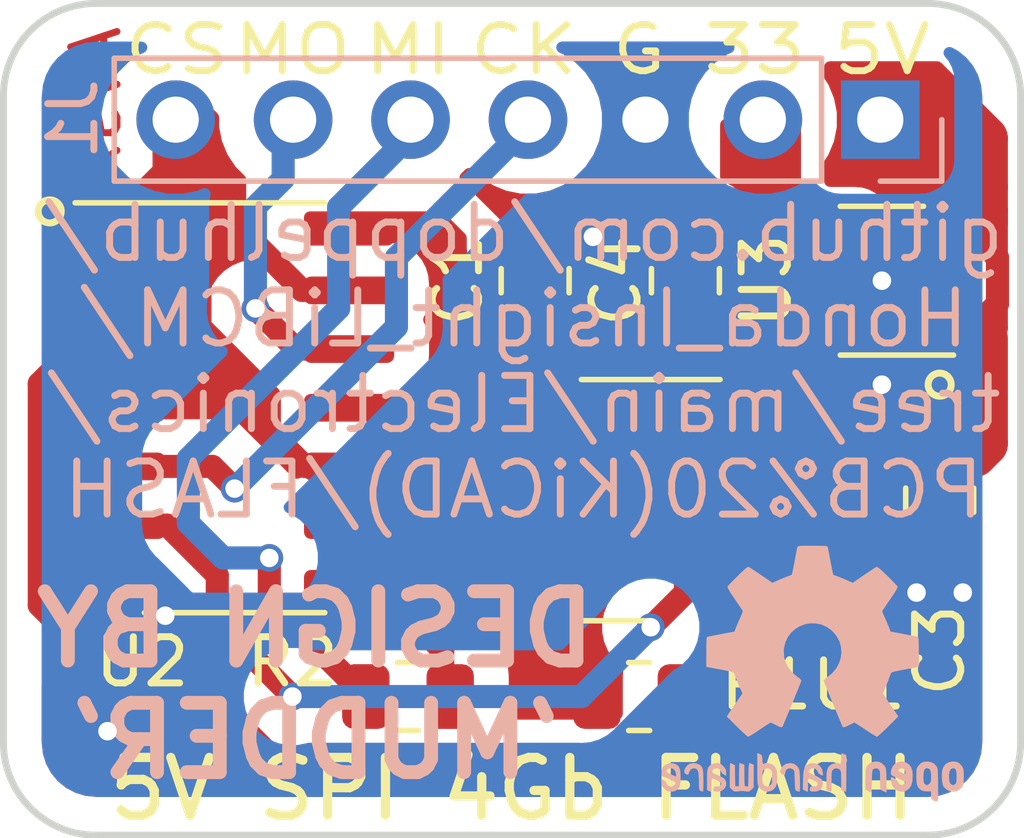
<source format=kicad_pcb>
(kicad_pcb (version 20171130) (host pcbnew "(5.1.9-0-10_14)")

  (general
    (thickness 1.6)
    (drawings 22)
    (tracks 163)
    (zones 0)
    (modules 10)
    (nets 13)
  )

  (page A3)
  (title_block
    (title "LiBCM - Honda Insight BCM Replacement")
    (rev A)
    (company "Linsight, LLC")
  )

  (layers
    (0 F.Cu signal)
    (1 In1.Cu power hide)
    (2 In2.Cu power hide)
    (31 B.Cu signal)
    (33 F.Adhes user hide)
    (35 F.Paste user hide)
    (36 B.SilkS user hide)
    (37 F.SilkS user)
    (38 B.Mask user hide)
    (39 F.Mask user hide)
    (40 Dwgs.User user)
    (41 Cmts.User user hide)
    (42 Eco1.User user)
    (44 Edge.Cuts user)
    (45 Margin user hide)
    (46 B.CrtYd user hide)
    (47 F.CrtYd user hide)
    (48 B.Fab user hide)
    (49 F.Fab user hide)
  )

  (setup
    (last_trace_width 1)
    (user_trace_width 0.203)
    (user_trace_width 0.25)
    (user_trace_width 0.5)
    (user_trace_width 1)
    (user_trace_width 1.5)
    (user_trace_width 3)
    (trace_clearance 0.2)
    (zone_clearance 0.75)
    (zone_45_only no)
    (trace_min 0.25)
    (via_size 0.6)
    (via_drill 0.4)
    (via_min_size 0.59)
    (via_min_drill 0.3)
    (user_via 0.6 0.4)
    (user_via 1.5 1)
    (uvia_size 0.3)
    (uvia_drill 0.1)
    (uvias_allowed no)
    (uvia_min_size 0.2)
    (uvia_min_drill 0.1)
    (edge_width 0.15)
    (segment_width 0.15)
    (pcb_text_width 0.3)
    (pcb_text_size 1.5 1.5)
    (mod_edge_width 0.15)
    (mod_text_size 1 1)
    (mod_text_width 0.15)
    (pad_size 2.2 1.2)
    (pad_drill 0)
    (pad_to_mask_clearance 0)
    (aux_axis_origin 24.75 195)
    (grid_origin 153.75 93.75)
    (visible_elements 7FFFEFFF)
    (pcbplotparams
      (layerselection 0x010f8_fffffff9)
      (usegerberextensions true)
      (usegerberattributes false)
      (usegerberadvancedattributes true)
      (creategerberjobfile false)
      (excludeedgelayer true)
      (linewidth 0.100000)
      (plotframeref false)
      (viasonmask false)
      (mode 1)
      (useauxorigin false)
      (hpglpennumber 1)
      (hpglpenspeed 20)
      (hpglpendiameter 15.000000)
      (psnegative false)
      (psa4output false)
      (plotreference true)
      (plotvalue false)
      (plotinvisibletext false)
      (padsonsilk false)
      (subtractmaskfromsilk true)
      (outputformat 1)
      (mirror false)
      (drillshape 0)
      (scaleselection 1)
      (outputdirectory "../../Manufacturing/Gerbers (As Ordered)/"))
  )

  (net 0 "")
  (net 1 +5V)
  (net 2 GND)
  (net 3 +3V3)
  (net 4 /MISO_ILIM_SD)
  (net 5 /SCK_VCC)
  (net 6 /MISO_VCC)
  (net 7 /MOSI_VCC)
  (net 8 /CS_VCC)
  (net 9 /CS_3V3)
  (net 10 /SCK_3V3)
  (net 11 /MOSI_3V3)
  (net 12 /MISO_3V3)

  (net_class Default "This is the default net class."
    (clearance 0.2)
    (trace_width 0.25)
    (via_dia 0.6)
    (via_drill 0.4)
    (uvia_dia 0.3)
    (uvia_drill 0.1)
    (add_net +3V3)
    (add_net +5V)
    (add_net /CS_3V3)
    (add_net /CS_VCC)
    (add_net /MISO_3V3)
    (add_net /MISO_ILIM_SD)
    (add_net /MISO_VCC)
    (add_net /MOSI_3V3)
    (add_net /MOSI_VCC)
    (add_net /SCK_3V3)
    (add_net /SCK_VCC)
    (add_net GND)
  )

  (net_class Default_verified ""
    (clearance 0.2)
    (trace_width 0.25)
    (via_dia 0.6)
    (via_drill 0.4)
    (uvia_dia 0.3)
    (uvia_drill 0.1)
  )

  (net_class Thick ""
    (clearance 0.2)
    (trace_width 1)
    (via_dia 0.6)
    (via_drill 0.4)
    (uvia_dia 0.3)
    (uvia_drill 0.1)
  )

  (module Symbol:OSHW-Logo2_7.3x6mm_SilkScreen (layer B.Cu) (tedit 0) (tstamp 648730EB)
    (at 51.25 173.25 180)
    (descr "Open Source Hardware Symbol")
    (tags "Logo Symbol OSHW")
    (attr virtual)
    (fp_text reference REF** (at 0 0) (layer B.SilkS) hide
      (effects (font (size 1 1) (thickness 0.15)) (justify mirror))
    )
    (fp_text value OSHW-Logo2_7.3x6mm_SilkScreen (at 0.75 0) (layer B.Fab) hide
      (effects (font (size 1 1) (thickness 0.15)) (justify mirror))
    )
    (fp_poly (pts (xy -2.400256 -1.919918) (xy -2.344799 -1.947568) (xy -2.295852 -1.99848) (xy -2.282371 -2.017338)
      (xy -2.267686 -2.042015) (xy -2.258158 -2.068816) (xy -2.252707 -2.104587) (xy -2.250253 -2.156169)
      (xy -2.249714 -2.224267) (xy -2.252148 -2.317588) (xy -2.260606 -2.387657) (xy -2.276826 -2.439931)
      (xy -2.302546 -2.479869) (xy -2.339503 -2.512929) (xy -2.342218 -2.514886) (xy -2.37864 -2.534908)
      (xy -2.422498 -2.544815) (xy -2.478276 -2.547257) (xy -2.568952 -2.547257) (xy -2.56899 -2.635283)
      (xy -2.569834 -2.684308) (xy -2.574976 -2.713065) (xy -2.588413 -2.730311) (xy -2.614142 -2.744808)
      (xy -2.620321 -2.747769) (xy -2.649236 -2.761648) (xy -2.671624 -2.770414) (xy -2.688271 -2.771171)
      (xy -2.699964 -2.761023) (xy -2.70749 -2.737073) (xy -2.711634 -2.696426) (xy -2.713185 -2.636186)
      (xy -2.712929 -2.553455) (xy -2.711651 -2.445339) (xy -2.711252 -2.413) (xy -2.709815 -2.301524)
      (xy -2.708528 -2.228603) (xy -2.569029 -2.228603) (xy -2.568245 -2.290499) (xy -2.56476 -2.330997)
      (xy -2.556876 -2.357708) (xy -2.542895 -2.378244) (xy -2.533403 -2.38826) (xy -2.494596 -2.417567)
      (xy -2.460237 -2.419952) (xy -2.424784 -2.39575) (xy -2.423886 -2.394857) (xy -2.409461 -2.376153)
      (xy -2.400687 -2.350732) (xy -2.396261 -2.311584) (xy -2.394882 -2.251697) (xy -2.394857 -2.23843)
      (xy -2.398188 -2.155901) (xy -2.409031 -2.098691) (xy -2.42866 -2.063766) (xy -2.45835 -2.048094)
      (xy -2.475509 -2.046514) (xy -2.516234 -2.053926) (xy -2.544168 -2.07833) (xy -2.560983 -2.12298)
      (xy -2.56835 -2.19113) (xy -2.569029 -2.228603) (xy -2.708528 -2.228603) (xy -2.708292 -2.215245)
      (xy -2.706323 -2.150333) (xy -2.70355 -2.102958) (xy -2.699612 -2.06929) (xy -2.694151 -2.045498)
      (xy -2.686808 -2.027753) (xy -2.677223 -2.012224) (xy -2.673113 -2.006381) (xy -2.618595 -1.951185)
      (xy -2.549664 -1.91989) (xy -2.469928 -1.911165) (xy -2.400256 -1.919918)) (layer B.SilkS) (width 0.01))
    (fp_poly (pts (xy -1.283907 -1.92778) (xy -1.237328 -1.954723) (xy -1.204943 -1.981466) (xy -1.181258 -2.009484)
      (xy -1.164941 -2.043748) (xy -1.154661 -2.089227) (xy -1.149086 -2.150892) (xy -1.146884 -2.233711)
      (xy -1.146629 -2.293246) (xy -1.146629 -2.512391) (xy -1.208314 -2.540044) (xy -1.27 -2.567697)
      (xy -1.277257 -2.32767) (xy -1.280256 -2.238028) (xy -1.283402 -2.172962) (xy -1.287299 -2.128026)
      (xy -1.292553 -2.09877) (xy -1.299769 -2.080748) (xy -1.30955 -2.069511) (xy -1.312688 -2.067079)
      (xy -1.360239 -2.048083) (xy -1.408303 -2.0556) (xy -1.436914 -2.075543) (xy -1.448553 -2.089675)
      (xy -1.456609 -2.10822) (xy -1.461729 -2.136334) (xy -1.464559 -2.179173) (xy -1.465744 -2.241895)
      (xy -1.465943 -2.307261) (xy -1.465982 -2.389268) (xy -1.467386 -2.447316) (xy -1.472086 -2.486465)
      (xy -1.482013 -2.51178) (xy -1.499097 -2.528323) (xy -1.525268 -2.541156) (xy -1.560225 -2.554491)
      (xy -1.598404 -2.569007) (xy -1.593859 -2.311389) (xy -1.592029 -2.218519) (xy -1.589888 -2.149889)
      (xy -1.586819 -2.100711) (xy -1.582206 -2.066198) (xy -1.575432 -2.041562) (xy -1.565881 -2.022016)
      (xy -1.554366 -2.00477) (xy -1.49881 -1.94968) (xy -1.43102 -1.917822) (xy -1.357287 -1.910191)
      (xy -1.283907 -1.92778)) (layer B.SilkS) (width 0.01))
    (fp_poly (pts (xy -2.958885 -1.921962) (xy -2.890855 -1.957733) (xy -2.840649 -2.015301) (xy -2.822815 -2.052312)
      (xy -2.808937 -2.107882) (xy -2.801833 -2.178096) (xy -2.80116 -2.254727) (xy -2.806573 -2.329552)
      (xy -2.81773 -2.394342) (xy -2.834286 -2.440873) (xy -2.839374 -2.448887) (xy -2.899645 -2.508707)
      (xy -2.971231 -2.544535) (xy -3.048908 -2.55502) (xy -3.127452 -2.53881) (xy -3.149311 -2.529092)
      (xy -3.191878 -2.499143) (xy -3.229237 -2.459433) (xy -3.232768 -2.454397) (xy -3.247119 -2.430124)
      (xy -3.256606 -2.404178) (xy -3.26221 -2.370022) (xy -3.264914 -2.321119) (xy -3.265701 -2.250935)
      (xy -3.265714 -2.2352) (xy -3.265678 -2.230192) (xy -3.120571 -2.230192) (xy -3.119727 -2.29643)
      (xy -3.116404 -2.340386) (xy -3.109417 -2.368779) (xy -3.097584 -2.388325) (xy -3.091543 -2.394857)
      (xy -3.056814 -2.41968) (xy -3.023097 -2.418548) (xy -2.989005 -2.397016) (xy -2.968671 -2.374029)
      (xy -2.956629 -2.340478) (xy -2.949866 -2.287569) (xy -2.949402 -2.281399) (xy -2.948248 -2.185513)
      (xy -2.960312 -2.114299) (xy -2.98543 -2.068194) (xy -3.02344 -2.047635) (xy -3.037008 -2.046514)
      (xy -3.072636 -2.052152) (xy -3.097006 -2.071686) (xy -3.111907 -2.109042) (xy -3.119125 -2.16815)
      (xy -3.120571 -2.230192) (xy -3.265678 -2.230192) (xy -3.265174 -2.160413) (xy -3.262904 -2.108159)
      (xy -3.257932 -2.071949) (xy -3.249287 -2.045299) (xy -3.235995 -2.021722) (xy -3.233057 -2.017338)
      (xy -3.183687 -1.958249) (xy -3.129891 -1.923947) (xy -3.064398 -1.910331) (xy -3.042158 -1.909665)
      (xy -2.958885 -1.921962)) (layer B.SilkS) (width 0.01))
    (fp_poly (pts (xy -1.831697 -1.931239) (xy -1.774473 -1.969735) (xy -1.730251 -2.025335) (xy -1.703833 -2.096086)
      (xy -1.69849 -2.148162) (xy -1.699097 -2.169893) (xy -1.704178 -2.186531) (xy -1.718145 -2.201437)
      (xy -1.745411 -2.217973) (xy -1.790388 -2.239498) (xy -1.857489 -2.269374) (xy -1.857829 -2.269524)
      (xy -1.919593 -2.297813) (xy -1.970241 -2.322933) (xy -2.004596 -2.342179) (xy -2.017482 -2.352848)
      (xy -2.017486 -2.352934) (xy -2.006128 -2.376166) (xy -1.979569 -2.401774) (xy -1.949077 -2.420221)
      (xy -1.93363 -2.423886) (xy -1.891485 -2.411212) (xy -1.855192 -2.379471) (xy -1.837483 -2.344572)
      (xy -1.820448 -2.318845) (xy -1.787078 -2.289546) (xy -1.747851 -2.264235) (xy -1.713244 -2.250471)
      (xy -1.706007 -2.249714) (xy -1.697861 -2.26216) (xy -1.69737 -2.293972) (xy -1.703357 -2.336866)
      (xy -1.714643 -2.382558) (xy -1.73005 -2.422761) (xy -1.730829 -2.424322) (xy -1.777196 -2.489062)
      (xy -1.837289 -2.533097) (xy -1.905535 -2.554711) (xy -1.976362 -2.552185) (xy -2.044196 -2.523804)
      (xy -2.047212 -2.521808) (xy -2.100573 -2.473448) (xy -2.13566 -2.410352) (xy -2.155078 -2.327387)
      (xy -2.157684 -2.304078) (xy -2.162299 -2.194055) (xy -2.156767 -2.142748) (xy -2.017486 -2.142748)
      (xy -2.015676 -2.174753) (xy -2.005778 -2.184093) (xy -1.981102 -2.177105) (xy -1.942205 -2.160587)
      (xy -1.898725 -2.139881) (xy -1.897644 -2.139333) (xy -1.860791 -2.119949) (xy -1.846 -2.107013)
      (xy -1.849647 -2.093451) (xy -1.865005 -2.075632) (xy -1.904077 -2.049845) (xy -1.946154 -2.04795)
      (xy -1.983897 -2.066717) (xy -2.009966 -2.102915) (xy -2.017486 -2.142748) (xy -2.156767 -2.142748)
      (xy -2.152806 -2.106027) (xy -2.12845 -2.036212) (xy -2.094544 -1.987302) (xy -2.033347 -1.937878)
      (xy -1.965937 -1.913359) (xy -1.89712 -1.911797) (xy -1.831697 -1.931239)) (layer B.SilkS) (width 0.01))
    (fp_poly (pts (xy -0.624114 -1.851289) (xy -0.619861 -1.910613) (xy -0.614975 -1.945572) (xy -0.608205 -1.96082)
      (xy -0.598298 -1.961015) (xy -0.595086 -1.959195) (xy -0.552356 -1.946015) (xy -0.496773 -1.946785)
      (xy -0.440263 -1.960333) (xy -0.404918 -1.977861) (xy -0.368679 -2.005861) (xy -0.342187 -2.037549)
      (xy -0.324001 -2.077813) (xy -0.312678 -2.131543) (xy -0.306778 -2.203626) (xy -0.304857 -2.298951)
      (xy -0.304823 -2.317237) (xy -0.3048 -2.522646) (xy -0.350509 -2.53858) (xy -0.382973 -2.54942)
      (xy -0.400785 -2.554468) (xy -0.401309 -2.554514) (xy -0.403063 -2.540828) (xy -0.404556 -2.503076)
      (xy -0.405674 -2.446224) (xy -0.406303 -2.375234) (xy -0.4064 -2.332073) (xy -0.406602 -2.246973)
      (xy -0.407642 -2.185981) (xy -0.410169 -2.144177) (xy -0.414836 -2.116642) (xy -0.422293 -2.098456)
      (xy -0.433189 -2.084698) (xy -0.439993 -2.078073) (xy -0.486728 -2.051375) (xy -0.537728 -2.049375)
      (xy -0.583999 -2.071955) (xy -0.592556 -2.080107) (xy -0.605107 -2.095436) (xy -0.613812 -2.113618)
      (xy -0.619369 -2.139909) (xy -0.622474 -2.179562) (xy -0.623824 -2.237832) (xy -0.624114 -2.318173)
      (xy -0.624114 -2.522646) (xy -0.669823 -2.53858) (xy -0.702287 -2.54942) (xy -0.720099 -2.554468)
      (xy -0.720623 -2.554514) (xy -0.721963 -2.540623) (xy -0.723172 -2.501439) (xy -0.724199 -2.4407)
      (xy -0.724998 -2.362141) (xy -0.725519 -2.269498) (xy -0.725714 -2.166509) (xy -0.725714 -1.769342)
      (xy -0.678543 -1.749444) (xy -0.631371 -1.729547) (xy -0.624114 -1.851289)) (layer B.SilkS) (width 0.01))
    (fp_poly (pts (xy 0.039744 -1.950968) (xy 0.096616 -1.972087) (xy 0.097267 -1.972493) (xy 0.13244 -1.99838)
      (xy 0.158407 -2.028633) (xy 0.17667 -2.068058) (xy 0.188732 -2.121462) (xy 0.196096 -2.193651)
      (xy 0.200264 -2.289432) (xy 0.200629 -2.303078) (xy 0.205876 -2.508842) (xy 0.161716 -2.531678)
      (xy 0.129763 -2.54711) (xy 0.11047 -2.554423) (xy 0.109578 -2.554514) (xy 0.106239 -2.541022)
      (xy 0.103587 -2.504626) (xy 0.101956 -2.451452) (xy 0.1016 -2.408393) (xy 0.101592 -2.338641)
      (xy 0.098403 -2.294837) (xy 0.087288 -2.273944) (xy 0.063501 -2.272925) (xy 0.022296 -2.288741)
      (xy -0.039914 -2.317815) (xy -0.085659 -2.341963) (xy -0.109187 -2.362913) (xy -0.116104 -2.385747)
      (xy -0.116114 -2.386877) (xy -0.104701 -2.426212) (xy -0.070908 -2.447462) (xy -0.019191 -2.450539)
      (xy 0.018061 -2.450006) (xy 0.037703 -2.460735) (xy 0.049952 -2.486505) (xy 0.057002 -2.519337)
      (xy 0.046842 -2.537966) (xy 0.043017 -2.540632) (xy 0.007001 -2.55134) (xy -0.043434 -2.552856)
      (xy -0.095374 -2.545759) (xy -0.132178 -2.532788) (xy -0.183062 -2.489585) (xy -0.211986 -2.429446)
      (xy -0.217714 -2.382462) (xy -0.213343 -2.340082) (xy -0.197525 -2.305488) (xy -0.166203 -2.274763)
      (xy -0.115322 -2.24399) (xy -0.040824 -2.209252) (xy -0.036286 -2.207288) (xy 0.030821 -2.176287)
      (xy 0.072232 -2.150862) (xy 0.089981 -2.128014) (xy 0.086107 -2.104745) (xy 0.062643 -2.078056)
      (xy 0.055627 -2.071914) (xy 0.00863 -2.0481) (xy -0.040067 -2.049103) (xy -0.082478 -2.072451)
      (xy -0.110616 -2.115675) (xy -0.113231 -2.12416) (xy -0.138692 -2.165308) (xy -0.170999 -2.185128)
      (xy -0.217714 -2.20477) (xy -0.217714 -2.15395) (xy -0.203504 -2.080082) (xy -0.161325 -2.012327)
      (xy -0.139376 -1.989661) (xy -0.089483 -1.960569) (xy -0.026033 -1.9474) (xy 0.039744 -1.950968)) (layer B.SilkS) (width 0.01))
    (fp_poly (pts (xy 0.529926 -1.949755) (xy 0.595858 -1.974084) (xy 0.649273 -2.017117) (xy 0.670164 -2.047409)
      (xy 0.692939 -2.102994) (xy 0.692466 -2.143186) (xy 0.668562 -2.170217) (xy 0.659717 -2.174813)
      (xy 0.62153 -2.189144) (xy 0.602028 -2.185472) (xy 0.595422 -2.161407) (xy 0.595086 -2.148114)
      (xy 0.582992 -2.09921) (xy 0.551471 -2.064999) (xy 0.507659 -2.048476) (xy 0.458695 -2.052634)
      (xy 0.418894 -2.074227) (xy 0.40545 -2.086544) (xy 0.395921 -2.101487) (xy 0.389485 -2.124075)
      (xy 0.385317 -2.159328) (xy 0.382597 -2.212266) (xy 0.380502 -2.287907) (xy 0.37996 -2.311857)
      (xy 0.377981 -2.39379) (xy 0.375731 -2.451455) (xy 0.372357 -2.489608) (xy 0.367006 -2.513004)
      (xy 0.358824 -2.526398) (xy 0.346959 -2.534545) (xy 0.339362 -2.538144) (xy 0.307102 -2.550452)
      (xy 0.288111 -2.554514) (xy 0.281836 -2.540948) (xy 0.278006 -2.499934) (xy 0.2766 -2.430999)
      (xy 0.277598 -2.333669) (xy 0.277908 -2.318657) (xy 0.280101 -2.229859) (xy 0.282693 -2.165019)
      (xy 0.286382 -2.119067) (xy 0.291864 -2.086935) (xy 0.299835 -2.063553) (xy 0.310993 -2.043852)
      (xy 0.31683 -2.03541) (xy 0.350296 -1.998057) (xy 0.387727 -1.969003) (xy 0.392309 -1.966467)
      (xy 0.459426 -1.946443) (xy 0.529926 -1.949755)) (layer B.SilkS) (width 0.01))
    (fp_poly (pts (xy 1.190117 -2.065358) (xy 1.189933 -2.173837) (xy 1.189219 -2.257287) (xy 1.187675 -2.319704)
      (xy 1.185001 -2.365085) (xy 1.180894 -2.397429) (xy 1.175055 -2.420733) (xy 1.167182 -2.438995)
      (xy 1.161221 -2.449418) (xy 1.111855 -2.505945) (xy 1.049264 -2.541377) (xy 0.980013 -2.55409)
      (xy 0.910668 -2.542463) (xy 0.869375 -2.521568) (xy 0.826025 -2.485422) (xy 0.796481 -2.441276)
      (xy 0.778655 -2.383462) (xy 0.770463 -2.306313) (xy 0.769302 -2.249714) (xy 0.769458 -2.245647)
      (xy 0.870857 -2.245647) (xy 0.871476 -2.31055) (xy 0.874314 -2.353514) (xy 0.88084 -2.381622)
      (xy 0.892523 -2.401953) (xy 0.906483 -2.417288) (xy 0.953365 -2.44689) (xy 1.003701 -2.449419)
      (xy 1.051276 -2.424705) (xy 1.054979 -2.421356) (xy 1.070783 -2.403935) (xy 1.080693 -2.383209)
      (xy 1.086058 -2.352362) (xy 1.088228 -2.304577) (xy 1.088571 -2.251748) (xy 1.087827 -2.185381)
      (xy 1.084748 -2.141106) (xy 1.078061 -2.112009) (xy 1.066496 -2.091173) (xy 1.057013 -2.080107)
      (xy 1.01296 -2.052198) (xy 0.962224 -2.048843) (xy 0.913796 -2.070159) (xy 0.90445 -2.078073)
      (xy 0.88854 -2.095647) (xy 0.87861 -2.116587) (xy 0.873278 -2.147782) (xy 0.871163 -2.196122)
      (xy 0.870857 -2.245647) (xy 0.769458 -2.245647) (xy 0.77281 -2.158568) (xy 0.784726 -2.090086)
      (xy 0.807135 -2.0386) (xy 0.842124 -1.998443) (xy 0.869375 -1.977861) (xy 0.918907 -1.955625)
      (xy 0.976316 -1.945304) (xy 1.029682 -1.948067) (xy 1.059543 -1.959212) (xy 1.071261 -1.962383)
      (xy 1.079037 -1.950557) (xy 1.084465 -1.918866) (xy 1.088571 -1.870593) (xy 1.093067 -1.816829)
      (xy 1.099313 -1.784482) (xy 1.110676 -1.765985) (xy 1.130528 -1.75377) (xy 1.143 -1.748362)
      (xy 1.190171 -1.728601) (xy 1.190117 -2.065358)) (layer B.SilkS) (width 0.01))
    (fp_poly (pts (xy 1.779833 -1.958663) (xy 1.782048 -1.99685) (xy 1.783784 -2.054886) (xy 1.784899 -2.12818)
      (xy 1.785257 -2.205055) (xy 1.785257 -2.465196) (xy 1.739326 -2.511127) (xy 1.707675 -2.539429)
      (xy 1.67989 -2.550893) (xy 1.641915 -2.550168) (xy 1.62684 -2.548321) (xy 1.579726 -2.542948)
      (xy 1.540756 -2.539869) (xy 1.531257 -2.539585) (xy 1.499233 -2.541445) (xy 1.453432 -2.546114)
      (xy 1.435674 -2.548321) (xy 1.392057 -2.551735) (xy 1.362745 -2.54432) (xy 1.33368 -2.521427)
      (xy 1.323188 -2.511127) (xy 1.277257 -2.465196) (xy 1.277257 -1.978602) (xy 1.314226 -1.961758)
      (xy 1.346059 -1.949282) (xy 1.364683 -1.944914) (xy 1.369458 -1.958718) (xy 1.373921 -1.997286)
      (xy 1.377775 -2.056356) (xy 1.380722 -2.131663) (xy 1.382143 -2.195286) (xy 1.386114 -2.445657)
      (xy 1.420759 -2.450556) (xy 1.452268 -2.447131) (xy 1.467708 -2.436041) (xy 1.472023 -2.415308)
      (xy 1.475708 -2.371145) (xy 1.478469 -2.309146) (xy 1.480012 -2.234909) (xy 1.480235 -2.196706)
      (xy 1.480457 -1.976783) (xy 1.526166 -1.960849) (xy 1.558518 -1.950015) (xy 1.576115 -1.944962)
      (xy 1.576623 -1.944914) (xy 1.578388 -1.958648) (xy 1.580329 -1.99673) (xy 1.582282 -2.054482)
      (xy 1.584084 -2.127227) (xy 1.585343 -2.195286) (xy 1.589314 -2.445657) (xy 1.6764 -2.445657)
      (xy 1.680396 -2.21724) (xy 1.684392 -1.988822) (xy 1.726847 -1.966868) (xy 1.758192 -1.951793)
      (xy 1.776744 -1.944951) (xy 1.777279 -1.944914) (xy 1.779833 -1.958663)) (layer B.SilkS) (width 0.01))
    (fp_poly (pts (xy 2.144876 -1.956335) (xy 2.186667 -1.975344) (xy 2.219469 -1.998378) (xy 2.243503 -2.024133)
      (xy 2.260097 -2.057358) (xy 2.270577 -2.1028) (xy 2.276271 -2.165207) (xy 2.278507 -2.249327)
      (xy 2.278743 -2.304721) (xy 2.278743 -2.520826) (xy 2.241774 -2.53767) (xy 2.212656 -2.549981)
      (xy 2.198231 -2.554514) (xy 2.195472 -2.541025) (xy 2.193282 -2.504653) (xy 2.191942 -2.451542)
      (xy 2.191657 -2.409372) (xy 2.190434 -2.348447) (xy 2.187136 -2.300115) (xy 2.182321 -2.270518)
      (xy 2.178496 -2.264229) (xy 2.152783 -2.270652) (xy 2.112418 -2.287125) (xy 2.065679 -2.309458)
      (xy 2.020845 -2.333457) (xy 1.986193 -2.35493) (xy 1.970002 -2.369685) (xy 1.969938 -2.369845)
      (xy 1.97133 -2.397152) (xy 1.983818 -2.423219) (xy 2.005743 -2.444392) (xy 2.037743 -2.451474)
      (xy 2.065092 -2.450649) (xy 2.103826 -2.450042) (xy 2.124158 -2.459116) (xy 2.136369 -2.483092)
      (xy 2.137909 -2.487613) (xy 2.143203 -2.521806) (xy 2.129047 -2.542568) (xy 2.092148 -2.552462)
      (xy 2.052289 -2.554292) (xy 1.980562 -2.540727) (xy 1.943432 -2.521355) (xy 1.897576 -2.475845)
      (xy 1.873256 -2.419983) (xy 1.871073 -2.360957) (xy 1.891629 -2.305953) (xy 1.922549 -2.271486)
      (xy 1.95342 -2.252189) (xy 2.001942 -2.227759) (xy 2.058485 -2.202985) (xy 2.06791 -2.199199)
      (xy 2.130019 -2.171791) (xy 2.165822 -2.147634) (xy 2.177337 -2.123619) (xy 2.16658 -2.096635)
      (xy 2.148114 -2.075543) (xy 2.104469 -2.049572) (xy 2.056446 -2.047624) (xy 2.012406 -2.067637)
      (xy 1.980709 -2.107551) (xy 1.976549 -2.117848) (xy 1.952327 -2.155724) (xy 1.916965 -2.183842)
      (xy 1.872343 -2.206917) (xy 1.872343 -2.141485) (xy 1.874969 -2.101506) (xy 1.88623 -2.069997)
      (xy 1.911199 -2.036378) (xy 1.935169 -2.010484) (xy 1.972441 -1.973817) (xy 2.001401 -1.954121)
      (xy 2.032505 -1.94622) (xy 2.067713 -1.944914) (xy 2.144876 -1.956335)) (layer B.SilkS) (width 0.01))
    (fp_poly (pts (xy 2.6526 -1.958752) (xy 2.669948 -1.966334) (xy 2.711356 -1.999128) (xy 2.746765 -2.046547)
      (xy 2.768664 -2.097151) (xy 2.772229 -2.122098) (xy 2.760279 -2.156927) (xy 2.734067 -2.175357)
      (xy 2.705964 -2.186516) (xy 2.693095 -2.188572) (xy 2.686829 -2.173649) (xy 2.674456 -2.141175)
      (xy 2.669028 -2.126502) (xy 2.63859 -2.075744) (xy 2.59452 -2.050427) (xy 2.53801 -2.051206)
      (xy 2.533825 -2.052203) (xy 2.503655 -2.066507) (xy 2.481476 -2.094393) (xy 2.466327 -2.139287)
      (xy 2.45725 -2.204615) (xy 2.453286 -2.293804) (xy 2.452914 -2.341261) (xy 2.45273 -2.416071)
      (xy 2.451522 -2.467069) (xy 2.448309 -2.499471) (xy 2.442109 -2.518495) (xy 2.43194 -2.529356)
      (xy 2.416819 -2.537272) (xy 2.415946 -2.53767) (xy 2.386828 -2.549981) (xy 2.372403 -2.554514)
      (xy 2.370186 -2.540809) (xy 2.368289 -2.502925) (xy 2.366847 -2.445715) (xy 2.365998 -2.374027)
      (xy 2.365829 -2.321565) (xy 2.366692 -2.220047) (xy 2.37007 -2.143032) (xy 2.377142 -2.086023)
      (xy 2.389088 -2.044526) (xy 2.40709 -2.014043) (xy 2.432327 -1.99008) (xy 2.457247 -1.973355)
      (xy 2.517171 -1.951097) (xy 2.586911 -1.946076) (xy 2.6526 -1.958752)) (layer B.SilkS) (width 0.01))
    (fp_poly (pts (xy 3.153595 -1.966966) (xy 3.211021 -2.004497) (xy 3.238719 -2.038096) (xy 3.260662 -2.099064)
      (xy 3.262405 -2.147308) (xy 3.258457 -2.211816) (xy 3.109686 -2.276934) (xy 3.037349 -2.310202)
      (xy 2.990084 -2.336964) (xy 2.965507 -2.360144) (xy 2.961237 -2.382667) (xy 2.974889 -2.407455)
      (xy 2.989943 -2.423886) (xy 3.033746 -2.450235) (xy 3.081389 -2.452081) (xy 3.125145 -2.431546)
      (xy 3.157289 -2.390752) (xy 3.163038 -2.376347) (xy 3.190576 -2.331356) (xy 3.222258 -2.312182)
      (xy 3.265714 -2.295779) (xy 3.265714 -2.357966) (xy 3.261872 -2.400283) (xy 3.246823 -2.435969)
      (xy 3.21528 -2.476943) (xy 3.210592 -2.482267) (xy 3.175506 -2.51872) (xy 3.145347 -2.538283)
      (xy 3.107615 -2.547283) (xy 3.076335 -2.55023) (xy 3.020385 -2.550965) (xy 2.980555 -2.54166)
      (xy 2.955708 -2.527846) (xy 2.916656 -2.497467) (xy 2.889625 -2.464613) (xy 2.872517 -2.423294)
      (xy 2.863238 -2.367521) (xy 2.859693 -2.291305) (xy 2.85941 -2.252622) (xy 2.860372 -2.206247)
      (xy 2.948007 -2.206247) (xy 2.949023 -2.231126) (xy 2.951556 -2.2352) (xy 2.968274 -2.229665)
      (xy 3.004249 -2.215017) (xy 3.052331 -2.19419) (xy 3.062386 -2.189714) (xy 3.123152 -2.158814)
      (xy 3.156632 -2.131657) (xy 3.16399 -2.10622) (xy 3.146391 -2.080481) (xy 3.131856 -2.069109)
      (xy 3.07941 -2.046364) (xy 3.030322 -2.050122) (xy 2.989227 -2.077884) (xy 2.960758 -2.127152)
      (xy 2.951631 -2.166257) (xy 2.948007 -2.206247) (xy 2.860372 -2.206247) (xy 2.861285 -2.162249)
      (xy 2.868196 -2.095384) (xy 2.881884 -2.046695) (xy 2.904096 -2.010849) (xy 2.936574 -1.982513)
      (xy 2.950733 -1.973355) (xy 3.015053 -1.949507) (xy 3.085473 -1.948006) (xy 3.153595 -1.966966)) (layer B.SilkS) (width 0.01))
    (fp_poly (pts (xy 0.10391 2.757652) (xy 0.182454 2.757222) (xy 0.239298 2.756058) (xy 0.278105 2.753793)
      (xy 0.302538 2.75006) (xy 0.316262 2.744494) (xy 0.32294 2.736727) (xy 0.326236 2.726395)
      (xy 0.326556 2.725057) (xy 0.331562 2.700921) (xy 0.340829 2.653299) (xy 0.353392 2.587259)
      (xy 0.368287 2.507872) (xy 0.384551 2.420204) (xy 0.385119 2.417125) (xy 0.40141 2.331211)
      (xy 0.416652 2.255304) (xy 0.429861 2.193955) (xy 0.440054 2.151718) (xy 0.446248 2.133145)
      (xy 0.446543 2.132816) (xy 0.464788 2.123747) (xy 0.502405 2.108633) (xy 0.551271 2.090738)
      (xy 0.551543 2.090642) (xy 0.613093 2.067507) (xy 0.685657 2.038035) (xy 0.754057 2.008403)
      (xy 0.757294 2.006938) (xy 0.868702 1.956374) (xy 1.115399 2.12484) (xy 1.191077 2.176197)
      (xy 1.259631 2.222111) (xy 1.317088 2.25997) (xy 1.359476 2.287163) (xy 1.382825 2.301079)
      (xy 1.385042 2.302111) (xy 1.40201 2.297516) (xy 1.433701 2.275345) (xy 1.481352 2.234553)
      (xy 1.546198 2.174095) (xy 1.612397 2.109773) (xy 1.676214 2.046388) (xy 1.733329 1.988549)
      (xy 1.780305 1.939825) (xy 1.813703 1.90379) (xy 1.830085 1.884016) (xy 1.830694 1.882998)
      (xy 1.832505 1.869428) (xy 1.825683 1.847267) (xy 1.80854 1.813522) (xy 1.779393 1.7652)
      (xy 1.736555 1.699308) (xy 1.679448 1.614483) (xy 1.628766 1.539823) (xy 1.583461 1.47286)
      (xy 1.54615 1.417484) (xy 1.519452 1.37758) (xy 1.505985 1.357038) (xy 1.505137 1.355644)
      (xy 1.506781 1.335962) (xy 1.519245 1.297707) (xy 1.540048 1.248111) (xy 1.547462 1.232272)
      (xy 1.579814 1.16171) (xy 1.614328 1.081647) (xy 1.642365 1.012371) (xy 1.662568 0.960955)
      (xy 1.678615 0.921881) (xy 1.687888 0.901459) (xy 1.689041 0.899886) (xy 1.706096 0.897279)
      (xy 1.746298 0.890137) (xy 1.804302 0.879477) (xy 1.874763 0.866315) (xy 1.952335 0.851667)
      (xy 2.031672 0.836551) (xy 2.107431 0.821982) (xy 2.174264 0.808978) (xy 2.226828 0.798555)
      (xy 2.259776 0.79173) (xy 2.267857 0.789801) (xy 2.276205 0.785038) (xy 2.282506 0.774282)
      (xy 2.287045 0.753902) (xy 2.290104 0.720266) (xy 2.291967 0.669745) (xy 2.292918 0.598708)
      (xy 2.29324 0.503524) (xy 2.293257 0.464508) (xy 2.293257 0.147201) (xy 2.217057 0.132161)
      (xy 2.174663 0.124005) (xy 2.1114 0.112101) (xy 2.034962 0.097884) (xy 1.953043 0.08279)
      (xy 1.9304 0.078645) (xy 1.854806 0.063947) (xy 1.788953 0.049495) (xy 1.738366 0.036625)
      (xy 1.708574 0.026678) (xy 1.703612 0.023713) (xy 1.691426 0.002717) (xy 1.673953 -0.037967)
      (xy 1.654577 -0.090322) (xy 1.650734 -0.1016) (xy 1.625339 -0.171523) (xy 1.593817 -0.250418)
      (xy 1.562969 -0.321266) (xy 1.562817 -0.321595) (xy 1.511447 -0.432733) (xy 1.680399 -0.681253)
      (xy 1.849352 -0.929772) (xy 1.632429 -1.147058) (xy 1.566819 -1.211726) (xy 1.506979 -1.268733)
      (xy 1.456267 -1.315033) (xy 1.418046 -1.347584) (xy 1.395675 -1.363343) (xy 1.392466 -1.364343)
      (xy 1.373626 -1.356469) (xy 1.33518 -1.334578) (xy 1.28133 -1.301267) (xy 1.216276 -1.259131)
      (xy 1.14594 -1.211943) (xy 1.074555 -1.16381) (xy 1.010908 -1.121928) (xy 0.959041 -1.088871)
      (xy 0.922995 -1.067218) (xy 0.906867 -1.059543) (xy 0.887189 -1.066037) (xy 0.849875 -1.08315)
      (xy 0.802621 -1.107326) (xy 0.797612 -1.110013) (xy 0.733977 -1.141927) (xy 0.690341 -1.157579)
      (xy 0.663202 -1.157745) (xy 0.649057 -1.143204) (xy 0.648975 -1.143) (xy 0.641905 -1.125779)
      (xy 0.625042 -1.084899) (xy 0.599695 -1.023525) (xy 0.567171 -0.944819) (xy 0.528778 -0.851947)
      (xy 0.485822 -0.748072) (xy 0.444222 -0.647502) (xy 0.398504 -0.536516) (xy 0.356526 -0.433703)
      (xy 0.319548 -0.342215) (xy 0.288827 -0.265201) (xy 0.265622 -0.205815) (xy 0.25119 -0.167209)
      (xy 0.246743 -0.1528) (xy 0.257896 -0.136272) (xy 0.287069 -0.10993) (xy 0.325971 -0.080887)
      (xy 0.436757 0.010961) (xy 0.523351 0.116241) (xy 0.584716 0.232734) (xy 0.619815 0.358224)
      (xy 0.627608 0.490493) (xy 0.621943 0.551543) (xy 0.591078 0.678205) (xy 0.53792 0.790059)
      (xy 0.465767 0.885999) (xy 0.377917 0.964924) (xy 0.277665 1.02573) (xy 0.16831 1.067313)
      (xy 0.053147 1.088572) (xy -0.064525 1.088401) (xy -0.18141 1.065699) (xy -0.294211 1.019362)
      (xy -0.399631 0.948287) (xy -0.443632 0.908089) (xy -0.528021 0.804871) (xy -0.586778 0.692075)
      (xy -0.620296 0.57299) (xy -0.628965 0.450905) (xy -0.613177 0.329107) (xy -0.573322 0.210884)
      (xy -0.509793 0.099525) (xy -0.422979 -0.001684) (xy -0.325971 -0.080887) (xy -0.285563 -0.111162)
      (xy -0.257018 -0.137219) (xy -0.246743 -0.152825) (xy -0.252123 -0.169843) (xy -0.267425 -0.2105)
      (xy -0.291388 -0.271642) (xy -0.322756 -0.350119) (xy -0.360268 -0.44278) (xy -0.402667 -0.546472)
      (xy -0.444337 -0.647526) (xy -0.49031 -0.758607) (xy -0.532893 -0.861541) (xy -0.570779 -0.953165)
      (xy -0.60266 -1.030316) (xy -0.627229 -1.089831) (xy -0.64318 -1.128544) (xy -0.64909 -1.143)
      (xy -0.663052 -1.157685) (xy -0.69006 -1.157642) (xy -0.733587 -1.142099) (xy -0.79711 -1.110284)
      (xy -0.797612 -1.110013) (xy -0.84544 -1.085323) (xy -0.884103 -1.067338) (xy -0.905905 -1.059614)
      (xy -0.906867 -1.059543) (xy -0.923279 -1.067378) (xy -0.959513 -1.089165) (xy -1.011526 -1.122328)
      (xy -1.075275 -1.164291) (xy -1.14594 -1.211943) (xy -1.217884 -1.260191) (xy -1.282726 -1.302151)
      (xy -1.336265 -1.335227) (xy -1.374303 -1.356821) (xy -1.392467 -1.364343) (xy -1.409192 -1.354457)
      (xy -1.44282 -1.326826) (xy -1.48999 -1.284495) (xy -1.547342 -1.230505) (xy -1.611516 -1.167899)
      (xy -1.632503 -1.146983) (xy -1.849501 -0.929623) (xy -1.684332 -0.68722) (xy -1.634136 -0.612781)
      (xy -1.590081 -0.545972) (xy -1.554638 -0.490665) (xy -1.530281 -0.450729) (xy -1.519478 -0.430036)
      (xy -1.519162 -0.428563) (xy -1.524857 -0.409058) (xy -1.540174 -0.369822) (xy -1.562463 -0.31743)
      (xy -1.578107 -0.282355) (xy -1.607359 -0.215201) (xy -1.634906 -0.147358) (xy -1.656263 -0.090034)
      (xy -1.662065 -0.072572) (xy -1.678548 -0.025938) (xy -1.69466 0.010095) (xy -1.70351 0.023713)
      (xy -1.72304 0.032048) (xy -1.765666 0.043863) (xy -1.825855 0.057819) (xy -1.898078 0.072578)
      (xy -1.9304 0.078645) (xy -2.012478 0.093727) (xy -2.091205 0.108331) (xy -2.158891 0.12102)
      (xy -2.20784 0.130358) (xy -2.217057 0.132161) (xy -2.293257 0.147201) (xy -2.293257 0.464508)
      (xy -2.293086 0.568846) (xy -2.292384 0.647787) (xy -2.290866 0.704962) (xy -2.288251 0.744001)
      (xy -2.284254 0.768535) (xy -2.278591 0.782195) (xy -2.27098 0.788611) (xy -2.267857 0.789801)
      (xy -2.249022 0.79402) (xy -2.207412 0.802438) (xy -2.14837 0.814039) (xy -2.077243 0.827805)
      (xy -1.999375 0.84272) (xy -1.920113 0.857768) (xy -1.844802 0.871931) (xy -1.778787 0.884194)
      (xy -1.727413 0.893539) (xy -1.696025 0.89895) (xy -1.689041 0.899886) (xy -1.682715 0.912404)
      (xy -1.66871 0.945754) (xy -1.649645 0.993623) (xy -1.642366 1.012371) (xy -1.613004 1.084805)
      (xy -1.578429 1.16483) (xy -1.547463 1.232272) (xy -1.524677 1.283841) (xy -1.509518 1.326215)
      (xy -1.504458 1.352166) (xy -1.505264 1.355644) (xy -1.515959 1.372064) (xy -1.54038 1.408583)
      (xy -1.575905 1.461313) (xy -1.619913 1.526365) (xy -1.669783 1.599849) (xy -1.679644 1.614355)
      (xy -1.737508 1.700296) (xy -1.780044 1.765739) (xy -1.808946 1.813696) (xy -1.82591 1.84718)
      (xy -1.832633 1.869205) (xy -1.83081 1.882783) (xy -1.830764 1.882869) (xy -1.816414 1.900703)
      (xy -1.784677 1.935183) (xy -1.73899 1.982732) (xy -1.682796 2.039778) (xy -1.619532 2.102745)
      (xy -1.612398 2.109773) (xy -1.53267 2.18698) (xy -1.471143 2.24367) (xy -1.426579 2.28089)
      (xy -1.397743 2.299685) (xy -1.385042 2.302111) (xy -1.366506 2.291529) (xy -1.328039 2.267084)
      (xy -1.273614 2.231388) (xy -1.207202 2.187053) (xy -1.132775 2.136689) (xy -1.115399 2.12484)
      (xy -0.868703 1.956374) (xy -0.757294 2.006938) (xy -0.689543 2.036405) (xy -0.616817 2.066041)
      (xy -0.554297 2.08967) (xy -0.551543 2.090642) (xy -0.50264 2.108543) (xy -0.464943 2.12368)
      (xy -0.446575 2.13279) (xy -0.446544 2.132816) (xy -0.440715 2.149283) (xy -0.430808 2.189781)
      (xy -0.417805 2.249758) (xy -0.402691 2.32466) (xy -0.386448 2.409936) (xy -0.385119 2.417125)
      (xy -0.368825 2.504986) (xy -0.353867 2.58474) (xy -0.341209 2.651319) (xy -0.331814 2.699653)
      (xy -0.326646 2.724675) (xy -0.326556 2.725057) (xy -0.323411 2.735701) (xy -0.317296 2.743738)
      (xy -0.304547 2.749533) (xy -0.2815 2.753453) (xy -0.244491 2.755865) (xy -0.189856 2.757135)
      (xy -0.113933 2.757629) (xy -0.013056 2.757714) (xy 0 2.757714) (xy 0.10391 2.757652)) (layer B.SilkS) (width 0.01))
  )

  (module Capacitor_SMD:C_0805_2012Metric (layer F.Cu) (tedit 5F68FEEE) (tstamp 6486C757)
    (at 45.25 164.75 90)
    (descr "Capacitor SMD 0805 (2012 Metric), square (rectangular) end terminal, IPC_7351 nominal, (Body size source: IPC-SM-782 page 76, https://www.pcb-3d.com/wordpress/wp-content/uploads/ipc-sm-782a_amendment_1_and_2.pdf, https://docs.google.com/spreadsheets/d/1BsfQQcO9C6DZCsRaXUlFlo91Tg2WpOkGARC1WS5S8t0/edit?usp=sharing), generated with kicad-footprint-generator")
    (tags capacitor)
    (path /648BF60D)
    (attr smd)
    (fp_text reference C1 (at 0 -1.68 90) (layer F.SilkS)
      (effects (font (size 1 1) (thickness 0.15)))
    )
    (fp_text value 100n (at 0 1.68 90) (layer F.Fab)
      (effects (font (size 1 1) (thickness 0.15)))
    )
    (fp_line (start 1.7 0.98) (end -1.7 0.98) (layer F.CrtYd) (width 0.05))
    (fp_line (start 1.7 -0.98) (end 1.7 0.98) (layer F.CrtYd) (width 0.05))
    (fp_line (start -1.7 -0.98) (end 1.7 -0.98) (layer F.CrtYd) (width 0.05))
    (fp_line (start -1.7 0.98) (end -1.7 -0.98) (layer F.CrtYd) (width 0.05))
    (fp_line (start -0.261252 0.735) (end 0.261252 0.735) (layer F.SilkS) (width 0.12))
    (fp_line (start -0.261252 -0.735) (end 0.261252 -0.735) (layer F.SilkS) (width 0.12))
    (fp_line (start 1 0.625) (end -1 0.625) (layer F.Fab) (width 0.1))
    (fp_line (start 1 -0.625) (end 1 0.625) (layer F.Fab) (width 0.1))
    (fp_line (start -1 -0.625) (end 1 -0.625) (layer F.Fab) (width 0.1))
    (fp_line (start -1 0.625) (end -1 -0.625) (layer F.Fab) (width 0.1))
    (fp_text user %R (at 0 0 90) (layer F.Fab)
      (effects (font (size 0.5 0.5) (thickness 0.08)))
    )
    (pad 1 smd roundrect (at -0.95 0 90) (size 1 1.45) (layers F.Cu F.Paste F.Mask) (roundrect_rratio 0.25)
      (net 3 +3V3))
    (pad 2 smd roundrect (at 0.95 0 90) (size 1 1.45) (layers F.Cu F.Paste F.Mask) (roundrect_rratio 0.25)
      (net 2 GND))
    (model ${KISYS3DMOD}/Capacitor_SMD.3dshapes/C_0805_2012Metric.wrl
      (at (xyz 0 0 0))
      (scale (xyz 1 1 1))
      (rotate (xyz 0 0 0))
    )
  )

  (module Capacitor_SMD:C_0805_2012Metric (layer F.Cu) (tedit 5F68FEEE) (tstamp 64872BC1)
    (at 54 169.5 270)
    (descr "Capacitor SMD 0805 (2012 Metric), square (rectangular) end terminal, IPC_7351 nominal, (Body size source: IPC-SM-782 page 76, https://www.pcb-3d.com/wordpress/wp-content/uploads/ipc-sm-782a_amendment_1_and_2.pdf, https://docs.google.com/spreadsheets/d/1BsfQQcO9C6DZCsRaXUlFlo91Tg2WpOkGARC1WS5S8t0/edit?usp=sharing), generated with kicad-footprint-generator")
    (tags capacitor)
    (path /64D1BE24)
    (attr smd)
    (fp_text reference C3 (at 3.25 0 90) (layer F.SilkS)
      (effects (font (size 1 1) (thickness 0.15)))
    )
    (fp_text value 1u (at 0 1.68 90) (layer F.Fab)
      (effects (font (size 1 1) (thickness 0.15)))
    )
    (fp_text user %R (at 0 0 90) (layer F.Fab)
      (effects (font (size 0.5 0.5) (thickness 0.08)))
    )
    (fp_line (start -1 0.625) (end -1 -0.625) (layer F.Fab) (width 0.1))
    (fp_line (start -1 -0.625) (end 1 -0.625) (layer F.Fab) (width 0.1))
    (fp_line (start 1 -0.625) (end 1 0.625) (layer F.Fab) (width 0.1))
    (fp_line (start 1 0.625) (end -1 0.625) (layer F.Fab) (width 0.1))
    (fp_line (start -0.261252 -0.735) (end 0.261252 -0.735) (layer F.SilkS) (width 0.12))
    (fp_line (start -0.261252 0.735) (end 0.261252 0.735) (layer F.SilkS) (width 0.12))
    (fp_line (start -1.7 0.98) (end -1.7 -0.98) (layer F.CrtYd) (width 0.05))
    (fp_line (start -1.7 -0.98) (end 1.7 -0.98) (layer F.CrtYd) (width 0.05))
    (fp_line (start 1.7 -0.98) (end 1.7 0.98) (layer F.CrtYd) (width 0.05))
    (fp_line (start 1.7 0.98) (end -1.7 0.98) (layer F.CrtYd) (width 0.05))
    (pad 2 smd roundrect (at 0.95 0 270) (size 1 1.45) (layers F.Cu F.Paste F.Mask) (roundrect_rratio 0.25)
      (net 2 GND))
    (pad 1 smd roundrect (at -0.95 0 270) (size 1 1.45) (layers F.Cu F.Paste F.Mask) (roundrect_rratio 0.25)
      (net 1 +5V))
    (model ${KISYS3DMOD}/Capacitor_SMD.3dshapes/C_0805_2012Metric.wrl
      (at (xyz 0 0 0))
      (scale (xyz 1 1 1))
      (rotate (xyz 0 0 0))
    )
  )

  (module Capacitor_SMD:C_0805_2012Metric (layer F.Cu) (tedit 5F68FEEE) (tstamp 6486C78A)
    (at 48.5 164.75 90)
    (descr "Capacitor SMD 0805 (2012 Metric), square (rectangular) end terminal, IPC_7351 nominal, (Body size source: IPC-SM-782 page 76, https://www.pcb-3d.com/wordpress/wp-content/uploads/ipc-sm-782a_amendment_1_and_2.pdf, https://docs.google.com/spreadsheets/d/1BsfQQcO9C6DZCsRaXUlFlo91Tg2WpOkGARC1WS5S8t0/edit?usp=sharing), generated with kicad-footprint-generator")
    (tags capacitor)
    (path /64C83578)
    (attr smd)
    (fp_text reference C4 (at 0 -1.5 90) (layer F.SilkS)
      (effects (font (size 1 1) (thickness 0.15)))
    )
    (fp_text value 1u (at 0 1.68 90) (layer F.Fab)
      (effects (font (size 1 1) (thickness 0.15)))
    )
    (fp_line (start 1.7 0.98) (end -1.7 0.98) (layer F.CrtYd) (width 0.05))
    (fp_line (start 1.7 -0.98) (end 1.7 0.98) (layer F.CrtYd) (width 0.05))
    (fp_line (start -1.7 -0.98) (end 1.7 -0.98) (layer F.CrtYd) (width 0.05))
    (fp_line (start -1.7 0.98) (end -1.7 -0.98) (layer F.CrtYd) (width 0.05))
    (fp_line (start -0.261252 0.735) (end 0.261252 0.735) (layer F.SilkS) (width 0.12))
    (fp_line (start -0.261252 -0.735) (end 0.261252 -0.735) (layer F.SilkS) (width 0.12))
    (fp_line (start 1 0.625) (end -1 0.625) (layer F.Fab) (width 0.1))
    (fp_line (start 1 -0.625) (end 1 0.625) (layer F.Fab) (width 0.1))
    (fp_line (start -1 -0.625) (end 1 -0.625) (layer F.Fab) (width 0.1))
    (fp_line (start -1 0.625) (end -1 -0.625) (layer F.Fab) (width 0.1))
    (fp_text user %R (at 0 0 90) (layer F.Fab)
      (effects (font (size 0.5 0.5) (thickness 0.08)))
    )
    (pad 1 smd roundrect (at -0.95 0 90) (size 1 1.45) (layers F.Cu F.Paste F.Mask) (roundrect_rratio 0.25)
      (net 3 +3V3))
    (pad 2 smd roundrect (at 0.95 0 90) (size 1 1.45) (layers F.Cu F.Paste F.Mask) (roundrect_rratio 0.25)
      (net 2 GND))
    (model ${KISYS3DMOD}/Capacitor_SMD.3dshapes/C_0805_2012Metric.wrl
      (at (xyz 0 0 0))
      (scale (xyz 1 1 1))
      (rotate (xyz 0 0 0))
    )
  )

  (module Connector_PinHeader_2.54mm:PinHeader_1x07_P2.54mm_Vertical (layer B.Cu) (tedit 59FED5CC) (tstamp 6486C7A5)
    (at 52.714999 161.265001 90)
    (descr "Through hole straight pin header, 1x07, 2.54mm pitch, single row")
    (tags "Through hole pin header THT 1x07 2.54mm single row")
    (path /665BDA8A)
    (fp_text reference J1 (at 0.015001 -17.464999 90) (layer B.SilkS)
      (effects (font (size 1 1) (thickness 0.15)) (justify mirror))
    )
    (fp_text value Conn_01x07 (at 0 -17.57 -90) (layer B.Fab)
      (effects (font (size 1 1) (thickness 0.15)) (justify mirror))
    )
    (fp_line (start 1.8 1.8) (end -1.8 1.8) (layer B.CrtYd) (width 0.05))
    (fp_line (start 1.8 -17.05) (end 1.8 1.8) (layer B.CrtYd) (width 0.05))
    (fp_line (start -1.8 -17.05) (end 1.8 -17.05) (layer B.CrtYd) (width 0.05))
    (fp_line (start -1.8 1.8) (end -1.8 -17.05) (layer B.CrtYd) (width 0.05))
    (fp_line (start -1.33 1.33) (end 0 1.33) (layer B.SilkS) (width 0.12))
    (fp_line (start -1.33 0) (end -1.33 1.33) (layer B.SilkS) (width 0.12))
    (fp_line (start -1.33 -1.27) (end 1.33 -1.27) (layer B.SilkS) (width 0.12))
    (fp_line (start 1.33 -1.27) (end 1.33 -16.57) (layer B.SilkS) (width 0.12))
    (fp_line (start -1.33 -1.27) (end -1.33 -16.57) (layer B.SilkS) (width 0.12))
    (fp_line (start -1.33 -16.57) (end 1.33 -16.57) (layer B.SilkS) (width 0.12))
    (fp_line (start -1.27 0.635) (end -0.635 1.27) (layer B.Fab) (width 0.1))
    (fp_line (start -1.27 -16.51) (end -1.27 0.635) (layer B.Fab) (width 0.1))
    (fp_line (start 1.27 -16.51) (end -1.27 -16.51) (layer B.Fab) (width 0.1))
    (fp_line (start 1.27 1.27) (end 1.27 -16.51) (layer B.Fab) (width 0.1))
    (fp_line (start -0.635 1.27) (end 1.27 1.27) (layer B.Fab) (width 0.1))
    (fp_text user %R (at 0 -7.62) (layer B.Fab)
      (effects (font (size 1 1) (thickness 0.15)) (justify mirror))
    )
    (pad 1 thru_hole rect (at 0 0 90) (size 1.7 1.7) (drill 1) (layers *.Cu *.Mask)
      (net 1 +5V))
    (pad 2 thru_hole oval (at 0 -2.54 90) (size 1.7 1.7) (drill 1) (layers *.Cu *.Mask)
      (net 3 +3V3))
    (pad 3 thru_hole oval (at 0 -5.08 90) (size 1.7 1.7) (drill 1) (layers *.Cu *.Mask)
      (net 2 GND))
    (pad 4 thru_hole oval (at 0 -7.62 90) (size 1.7 1.7) (drill 1) (layers *.Cu *.Mask)
      (net 5 /SCK_VCC))
    (pad 5 thru_hole oval (at 0 -10.16 90) (size 1.7 1.7) (drill 1) (layers *.Cu *.Mask)
      (net 6 /MISO_VCC))
    (pad 6 thru_hole oval (at 0 -12.7 90) (size 1.7 1.7) (drill 1) (layers *.Cu *.Mask)
      (net 7 /MOSI_VCC))
    (pad 7 thru_hole oval (at 0 -15.24 90) (size 1.7 1.7) (drill 1) (layers *.Cu *.Mask)
      (net 8 /CS_VCC))
    (model ${KISYS3DMOD}/Connector_PinHeader_2.54mm.3dshapes/PinHeader_1x07_P2.54mm_Vertical.wrl
      (at (xyz 0 0 0))
      (scale (xyz 1 1 1))
      (rotate (xyz 0 0 0))
    )
  )

  (module Resistor_SMD:R_0805_2012Metric (layer F.Cu) (tedit 5F68FEEE) (tstamp 6486C7B6)
    (at 47.5 173.75)
    (descr "Resistor SMD 0805 (2012 Metric), square (rectangular) end terminal, IPC_7351 nominal, (Body size source: IPC-SM-782 page 72, https://www.pcb-3d.com/wordpress/wp-content/uploads/ipc-sm-782a_amendment_1_and_2.pdf), generated with kicad-footprint-generator")
    (tags resistor)
    (path /648BF656)
    (attr smd)
    (fp_text reference R1 (at 2.75 -0.25) (layer F.SilkS)
      (effects (font (size 1 1) (thickness 0.15)))
    )
    (fp_text value 7k32 (at 0 1.65) (layer F.Fab)
      (effects (font (size 1 1) (thickness 0.15)))
    )
    (fp_line (start 1.68 0.95) (end -1.68 0.95) (layer F.CrtYd) (width 0.05))
    (fp_line (start 1.68 -0.95) (end 1.68 0.95) (layer F.CrtYd) (width 0.05))
    (fp_line (start -1.68 -0.95) (end 1.68 -0.95) (layer F.CrtYd) (width 0.05))
    (fp_line (start -1.68 0.95) (end -1.68 -0.95) (layer F.CrtYd) (width 0.05))
    (fp_line (start -0.227064 0.735) (end 0.227064 0.735) (layer F.SilkS) (width 0.12))
    (fp_line (start -0.227064 -0.735) (end 0.227064 -0.735) (layer F.SilkS) (width 0.12))
    (fp_line (start 1 0.625) (end -1 0.625) (layer F.Fab) (width 0.1))
    (fp_line (start 1 -0.625) (end 1 0.625) (layer F.Fab) (width 0.1))
    (fp_line (start -1 -0.625) (end 1 -0.625) (layer F.Fab) (width 0.1))
    (fp_line (start -1 0.625) (end -1 -0.625) (layer F.Fab) (width 0.1))
    (fp_text user %R (at 0 0) (layer F.Fab)
      (effects (font (size 0.5 0.5) (thickness 0.08)))
    )
    (pad 1 smd roundrect (at -0.9125 0) (size 1.025 1.4) (layers F.Cu F.Paste F.Mask) (roundrect_rratio 0.2439014634146341)
      (net 3 +3V3))
    (pad 2 smd roundrect (at 0.9125 0) (size 1.025 1.4) (layers F.Cu F.Paste F.Mask) (roundrect_rratio 0.2439014634146341)
      (net 9 /CS_3V3))
    (model ${KISYS3DMOD}/Resistor_SMD.3dshapes/R_0805_2012Metric.wrl
      (at (xyz 0 0 0))
      (scale (xyz 1 1 1))
      (rotate (xyz 0 0 0))
    )
  )

  (module Resistor_SMD:R_0805_2012Metric (layer F.Cu) (tedit 5F68FEEE) (tstamp 6487135F)
    (at 42.5 173.75 180)
    (descr "Resistor SMD 0805 (2012 Metric), square (rectangular) end terminal, IPC_7351 nominal, (Body size source: IPC-SM-782 page 72, https://www.pcb-3d.com/wordpress/wp-content/uploads/ipc-sm-782a_amendment_1_and_2.pdf), generated with kicad-footprint-generator")
    (tags resistor)
    (path /648BF694)
    (attr smd)
    (fp_text reference R2 (at 2.5 0.75) (layer F.SilkS)
      (effects (font (size 1 1) (thickness 0.15)))
    )
    (fp_text value 100 (at 0 1.65) (layer F.Fab)
      (effects (font (size 1 1) (thickness 0.15)))
    )
    (fp_text user %R (at 0 0) (layer F.Fab)
      (effects (font (size 0.5 0.5) (thickness 0.08)))
    )
    (fp_line (start -1 0.625) (end -1 -0.625) (layer F.Fab) (width 0.1))
    (fp_line (start -1 -0.625) (end 1 -0.625) (layer F.Fab) (width 0.1))
    (fp_line (start 1 -0.625) (end 1 0.625) (layer F.Fab) (width 0.1))
    (fp_line (start 1 0.625) (end -1 0.625) (layer F.Fab) (width 0.1))
    (fp_line (start -0.227064 -0.735) (end 0.227064 -0.735) (layer F.SilkS) (width 0.12))
    (fp_line (start -0.227064 0.735) (end 0.227064 0.735) (layer F.SilkS) (width 0.12))
    (fp_line (start -1.68 0.95) (end -1.68 -0.95) (layer F.CrtYd) (width 0.05))
    (fp_line (start -1.68 -0.95) (end 1.68 -0.95) (layer F.CrtYd) (width 0.05))
    (fp_line (start 1.68 -0.95) (end 1.68 0.95) (layer F.CrtYd) (width 0.05))
    (fp_line (start 1.68 0.95) (end -1.68 0.95) (layer F.CrtYd) (width 0.05))
    (pad 2 smd roundrect (at 0.9125 0 180) (size 1.025 1.4) (layers F.Cu F.Paste F.Mask) (roundrect_rratio 0.2439014634146341)
      (net 6 /MISO_VCC))
    (pad 1 smd roundrect (at -0.9125 0 180) (size 1.025 1.4) (layers F.Cu F.Paste F.Mask) (roundrect_rratio 0.2439014634146341)
      (net 4 /MISO_ILIM_SD))
    (model ${KISYS3DMOD}/Resistor_SMD.3dshapes/R_0805_2012Metric.wrl
      (at (xyz 0 0 0))
      (scale (xyz 1 1 1))
      (rotate (xyz 0 0 0))
    )
  )

  (module Package_LGA:NXP_LGA-8_3x5mm_P1.25mm_H1.2mm (layer F.Cu) (tedit 5D9F7937) (tstamp 6486C7DF)
    (at 47.75 169.5 180)
    (descr "NXP  LGA, 8 Pin (https://www.nxp.com/docs/en/data-sheet/MPL115A1.pdf#page=15), generated with kicad-footprint-generator ipc_noLead_generator.py")
    (tags "NXP LGA NoLead")
    (path /6488E0BE)
    (attr smd)
    (fp_text reference U1 (at -4.5 -4) (layer F.SilkS)
      (effects (font (size 1 1) (thickness 0.15)))
    )
    (fp_text value XTSD04G_FLASH (at 0 3.45) (layer F.Fab)
      (effects (font (size 1 1) (thickness 0.15)))
    )
    (fp_line (start 2 -2.75) (end -2 -2.75) (layer F.CrtYd) (width 0.05))
    (fp_line (start 2 2.75) (end 2 -2.75) (layer F.CrtYd) (width 0.05))
    (fp_line (start -2 2.75) (end 2 2.75) (layer F.CrtYd) (width 0.05))
    (fp_line (start -2 -2.75) (end -2 2.75) (layer F.CrtYd) (width 0.05))
    (fp_line (start -1.5 -1.75) (end -0.75 -2.5) (layer F.Fab) (width 0.1))
    (fp_line (start -1.5 2.5) (end -1.5 -1.75) (layer F.Fab) (width 0.1))
    (fp_line (start 1.5 2.5) (end -1.5 2.5) (layer F.Fab) (width 0.1))
    (fp_line (start 1.5 -2.5) (end 1.5 2.5) (layer F.Fab) (width 0.1))
    (fp_line (start -0.75 -2.5) (end 1.5 -2.5) (layer F.Fab) (width 0.1))
    (fp_line (start -1.5 2.61) (end 1.5 2.61) (layer F.SilkS) (width 0.12))
    (fp_line (start 0 -2.61) (end 1.5 -2.61) (layer F.SilkS) (width 0.12))
    (fp_text user %R (at 0 0) (layer F.Fab)
      (effects (font (size 0.75 0.75) (thickness 0.11)))
    )
    (pad 1 smd roundrect (at -3.75 -1.875 180) (size 1.2 0.5) (layers F.Cu F.Paste F.Mask) (roundrect_rratio 0.25))
    (pad 2 smd roundrect (at -3.75 -0.625 180) (size 1.2 0.5) (layers F.Cu F.Paste F.Mask) (roundrect_rratio 0.25)
      (net 9 /CS_3V3))
    (pad 3 smd roundrect (at -3.75 0.625 180) (size 1.2 0.5) (layers F.Cu F.Paste F.Mask) (roundrect_rratio 0.25)
      (net 10 /SCK_3V3))
    (pad 4 smd roundrect (at -3.75 1.875 180) (size 1.2 0.5) (layers F.Cu F.Paste F.Mask) (roundrect_rratio 0.25)
      (net 2 GND))
    (pad 5 smd roundrect (at 3.75 1.875 180) (size 1.2 0.5) (layers F.Cu F.Paste F.Mask) (roundrect_rratio 0.25)
      (net 11 /MOSI_3V3))
    (pad 6 smd roundrect (at 3.75 0.625 180) (size 1.2 0.5) (layers F.Cu F.Paste F.Mask) (roundrect_rratio 0.25)
      (net 12 /MISO_3V3))
    (pad 7 smd roundrect (at 3.75 -0.625 180) (size 1.2 0.5) (layers F.Cu F.Paste F.Mask) (roundrect_rratio 0.25))
    (pad 8 smd roundrect (at 3.75 -1.875 180) (size 1.2 0.5) (layers F.Cu F.Paste F.Mask) (roundrect_rratio 0.25)
      (net 3 +3V3))
    (model ${KISYS3DMOD}/Package_LGA.3dshapes/NXP_LGA-8_3x5mm_P1.25mm_H1.2mm.wrl
      (at (xyz 0 0 0))
      (scale (xyz 1 1 1))
      (rotate (xyz 0 0 0))
    )
  )

  (module Package_SO:SO-14_3.9x8.65mm_P1.27mm (layer F.Cu) (tedit 5F427CE7) (tstamp 6486D2B2)
    (at 38.75 167.5)
    (descr "SO, 14 Pin (https://www.st.com/resource/en/datasheet/l6491.pdf), generated with kicad-footprint-generator ipc_gullwing_generator.py")
    (tags "SO SO")
    (path /648BF614)
    (attr smd)
    (fp_text reference U2 (at -2 5.5) (layer F.SilkS)
      (effects (font (size 1 1) (thickness 0.15)))
    )
    (fp_text value 74LVC125 (at 0 5.28) (layer F.Fab)
      (effects (font (size 1 1) (thickness 0.15)))
    )
    (fp_line (start 3.7 -4.58) (end -3.7 -4.58) (layer F.CrtYd) (width 0.05))
    (fp_line (start 3.7 4.58) (end 3.7 -4.58) (layer F.CrtYd) (width 0.05))
    (fp_line (start -3.7 4.58) (end 3.7 4.58) (layer F.CrtYd) (width 0.05))
    (fp_line (start -3.7 -4.58) (end -3.7 4.58) (layer F.CrtYd) (width 0.05))
    (fp_line (start -1.95 -3.35) (end -0.975 -4.325) (layer F.Fab) (width 0.1))
    (fp_line (start -1.95 4.325) (end -1.95 -3.35) (layer F.Fab) (width 0.1))
    (fp_line (start 1.95 4.325) (end -1.95 4.325) (layer F.Fab) (width 0.1))
    (fp_line (start 1.95 -4.325) (end 1.95 4.325) (layer F.Fab) (width 0.1))
    (fp_line (start -0.975 -4.325) (end 1.95 -4.325) (layer F.Fab) (width 0.1))
    (fp_line (start 0 -4.435) (end -3.45 -4.435) (layer F.SilkS) (width 0.12))
    (fp_line (start 0 -4.435) (end 1.95 -4.435) (layer F.SilkS) (width 0.12))
    (fp_line (start 0 4.435) (end -1.95 4.435) (layer F.SilkS) (width 0.12))
    (fp_line (start 0 4.435) (end 1.95 4.435) (layer F.SilkS) (width 0.12))
    (fp_text user %R (at 0 0) (layer F.Fab)
      (effects (font (size 0.98 0.98) (thickness 0.15)))
    )
    (pad 1 smd roundrect (at -2.475 -3.81) (size 1.95 0.6) (layers F.Cu F.Paste F.Mask) (roundrect_rratio 0.25)
      (net 8 /CS_VCC))
    (pad 2 smd roundrect (at -2.475 -2.54) (size 1.95 0.6) (layers F.Cu F.Paste F.Mask) (roundrect_rratio 0.25)
      (net 8 /CS_VCC))
    (pad 3 smd roundrect (at -2.475 -1.27) (size 1.95 0.6) (layers F.Cu F.Paste F.Mask) (roundrect_rratio 0.25)
      (net 9 /CS_3V3))
    (pad 4 smd roundrect (at -2.475 0) (size 1.95 0.6) (layers F.Cu F.Paste F.Mask) (roundrect_rratio 0.25)
      (net 8 /CS_VCC))
    (pad 5 smd roundrect (at -2.475 1.27) (size 1.95 0.6) (layers F.Cu F.Paste F.Mask) (roundrect_rratio 0.25)
      (net 5 /SCK_VCC))
    (pad 6 smd roundrect (at -2.475 2.54) (size 1.95 0.6) (layers F.Cu F.Paste F.Mask) (roundrect_rratio 0.25)
      (net 10 /SCK_3V3))
    (pad 7 smd roundrect (at -2.475 3.81) (size 1.95 0.6) (layers F.Cu F.Paste F.Mask) (roundrect_rratio 0.25)
      (net 2 GND))
    (pad 8 smd roundrect (at 2.475 3.81) (size 1.95 0.6) (layers F.Cu F.Paste F.Mask) (roundrect_rratio 0.25)
      (net 4 /MISO_ILIM_SD))
    (pad 9 smd roundrect (at 2.475 2.54) (size 1.95 0.6) (layers F.Cu F.Paste F.Mask) (roundrect_rratio 0.25)
      (net 12 /MISO_3V3))
    (pad 10 smd roundrect (at 2.475 1.27) (size 1.95 0.6) (layers F.Cu F.Paste F.Mask) (roundrect_rratio 0.25)
      (net 8 /CS_VCC))
    (pad 11 smd roundrect (at 2.475 0) (size 1.95 0.6) (layers F.Cu F.Paste F.Mask) (roundrect_rratio 0.25)
      (net 11 /MOSI_3V3))
    (pad 12 smd roundrect (at 2.475 -1.27) (size 1.95 0.6) (layers F.Cu F.Paste F.Mask) (roundrect_rratio 0.25)
      (net 7 /MOSI_VCC))
    (pad 13 smd roundrect (at 2.475 -2.54) (size 1.95 0.6) (layers F.Cu F.Paste F.Mask) (roundrect_rratio 0.25)
      (net 8 /CS_VCC))
    (pad 14 smd roundrect (at 2.475 -3.81) (size 1.95 0.6) (layers F.Cu F.Paste F.Mask) (roundrect_rratio 0.25)
      (net 3 +3V3))
    (model ${KISYS3DMOD}/Package_SO.3dshapes/SO-14_3.9x8.65mm_P1.27mm.wrl
      (at (xyz 0 0 0))
      (scale (xyz 1 1 1))
      (rotate (xyz 0 0 0))
    )
  )

  (module Package_TO_SOT_SMD:SOT-23-5 (layer F.Cu) (tedit 5A02FF57) (tstamp 6486EFA8)
    (at 52.75 164.75 180)
    (descr "5-pin SOT23 package")
    (tags SOT-23-5)
    (path /64968E53)
    (attr smd)
    (fp_text reference U3 (at 2.5 0 90) (layer F.SilkS)
      (effects (font (size 1 1) (thickness 0.15)))
    )
    (fp_text value MIC5504-3.3YM5 (at 0 2.9) (layer F.Fab)
      (effects (font (size 1 1) (thickness 0.15)))
    )
    (fp_line (start 0.9 -1.55) (end 0.9 1.55) (layer F.Fab) (width 0.1))
    (fp_line (start 0.9 1.55) (end -0.9 1.55) (layer F.Fab) (width 0.1))
    (fp_line (start -0.9 -0.9) (end -0.9 1.55) (layer F.Fab) (width 0.1))
    (fp_line (start 0.9 -1.55) (end -0.25 -1.55) (layer F.Fab) (width 0.1))
    (fp_line (start -0.9 -0.9) (end -0.25 -1.55) (layer F.Fab) (width 0.1))
    (fp_line (start -1.9 1.8) (end -1.9 -1.8) (layer F.CrtYd) (width 0.05))
    (fp_line (start 1.9 1.8) (end -1.9 1.8) (layer F.CrtYd) (width 0.05))
    (fp_line (start 1.9 -1.8) (end 1.9 1.8) (layer F.CrtYd) (width 0.05))
    (fp_line (start -1.9 -1.8) (end 1.9 -1.8) (layer F.CrtYd) (width 0.05))
    (fp_line (start 0.9 -1.61) (end -1.55 -1.61) (layer F.SilkS) (width 0.12))
    (fp_line (start -0.9 1.61) (end 0.9 1.61) (layer F.SilkS) (width 0.12))
    (fp_text user %R (at 0 0 90) (layer F.Fab)
      (effects (font (size 0.5 0.5) (thickness 0.075)))
    )
    (pad 1 smd rect (at -1.1 -0.95 180) (size 1.06 0.65) (layers F.Cu F.Paste F.Mask)
      (net 1 +5V))
    (pad 2 smd rect (at -1.1 0 180) (size 1.06 0.65) (layers F.Cu F.Paste F.Mask)
      (net 2 GND))
    (pad 3 smd rect (at -1.1 0.95 180) (size 1.06 0.65) (layers F.Cu F.Paste F.Mask)
      (net 1 +5V))
    (pad 4 smd rect (at 1.1 0.95 180) (size 1.06 0.65) (layers F.Cu F.Paste F.Mask))
    (pad 5 smd rect (at 1.1 -0.95 180) (size 1.06 0.65) (layers F.Cu F.Paste F.Mask)
      (net 3 +3V3))
    (model ${KISYS3DMOD}/Package_TO_SOT_SMD.3dshapes/SOT-23-5.wrl
      (at (xyz 0 0 0))
      (scale (xyz 1 1 1))
      (rotate (xyz 0 0 0))
    )
  )

  (gr_text "github.com/doppelhub/\nHonda_Insight_LiBCM/\ntree/main/Electronics/\nPCB%20(KiCAD)/FLASH" (at 45 166.5) (layer B.SilkS)
    (effects (font (size 1.15 1.15) (thickness 0.15)) (justify mirror))
  )
  (gr_text RevA (at 35.75 161 90) (layer F.Cu)
    (effects (font (size 1 1) (thickness 0.15)))
  )
  (gr_text "DESIGN BY\n'MUDDER'" (at 40.5 173.5) (layer B.SilkS)
    (effects (font (size 1.5 1.5) (thickness 0.3)) (justify mirror))
  )
  (gr_text "5V SPI 4Gb FLASH" (at 44.75 175.75) (layer F.SilkS)
    (effects (font (size 1.25 1.25) (thickness 0.2)))
  )
  (gr_arc (start 35.75 160.75) (end 35.75 158.75) (angle -90) (layer Edge.Cuts) (width 0.15))
  (gr_arc (start 35.75 174.75) (end 33.75 174.75) (angle -90) (layer Edge.Cuts) (width 0.15))
  (gr_arc (start 53.75 174.75) (end 53.75 176.75) (angle -90) (layer Edge.Cuts) (width 0.15))
  (gr_arc (start 53.75 160.75) (end 55.75 160.75) (angle -90) (layer Edge.Cuts) (width 0.15))
  (gr_text 5V (at 52.75 159.75) (layer F.SilkS) (tstamp 64872375)
    (effects (font (size 1 1.15) (thickness 0.15)))
  )
  (gr_text 33 (at 50 159.75) (layer F.SilkS) (tstamp 64872375)
    (effects (font (size 1 1.15) (thickness 0.15)))
  )
  (gr_text G (at 47.5 159.75) (layer F.SilkS) (tstamp 64872375)
    (effects (font (size 1 1.15) (thickness 0.15)))
  )
  (gr_text CK (at 45 159.75) (layer F.SilkS) (tstamp 64872375)
    (effects (font (size 1 1.15) (thickness 0.15)))
  )
  (gr_text MI (at 42.5 159.75) (layer F.SilkS) (tstamp 64872375)
    (effects (font (size 1 1.15) (thickness 0.15)))
  )
  (gr_text MO (at 40 159.75) (layer F.SilkS) (tstamp 64872375)
    (effects (font (size 1 1.15) (thickness 0.15)))
  )
  (gr_text CS (at 37.5 159.75) (layer F.SilkS) (tstamp 64872396)
    (effects (font (size 1 1.15) (thickness 0.15)))
  )
  (gr_circle (center 54 167) (end 54.25 167) (layer F.SilkS) (width 0.15) (tstamp 6486ED7E))
  (gr_circle (center 34.75 163.25) (end 35 163.25) (layer F.SilkS) (width 0.15) (tstamp 6486ED7E))
  (gr_circle (center 52.5 172.25) (end 52.75 172.25) (layer F.SilkS) (width 0.15))
  (gr_line (start 33.75 174.75) (end 33.75 160.75) (layer Edge.Cuts) (width 0.15) (tstamp 6486D1F9))
  (gr_line (start 53.75 176.75) (end 35.75 176.75) (layer Edge.Cuts) (width 0.15))
  (gr_line (start 55.75 160.75) (end 55.75 174.75) (layer Edge.Cuts) (width 0.15))
  (gr_line (start 35.75 158.75) (end 53.75 158.75) (layer Edge.Cuts) (width 0.15))

  (segment (start 52.714999 161.265001) (end 52.714999 161.964999) (width 0.5) (layer F.Cu) (net 1))
  (segment (start 53.85 163.1) (end 53.85 163.8) (width 0.5) (layer F.Cu) (net 1))
  (segment (start 52.714999 161.964999) (end 53.85 163.1) (width 0.5) (layer F.Cu) (net 1))
  (segment (start 54 165.85) (end 53.85 165.7) (width 0.5) (layer F.Cu) (net 1))
  (segment (start 54 168.55) (end 54 165.85) (width 0.5) (layer F.Cu) (net 1))
  (segment (start 53.85 163.8) (end 54.8 163.8) (width 0.5) (layer F.Cu) (net 1))
  (segment (start 54.8 163.8) (end 55.25 164.25) (width 0.5) (layer F.Cu) (net 1))
  (segment (start 55.25 164.25) (end 55.25 165.25) (width 0.5) (layer F.Cu) (net 1))
  (segment (start 54.8 165.7) (end 53.85 165.7) (width 0.5) (layer F.Cu) (net 1))
  (segment (start 55.25 165.25) (end 54.8 165.7) (width 0.5) (layer F.Cu) (net 1))
  (segment (start 54.564999 161.265001) (end 54.97499 161.674992) (width 1) (layer F.Cu) (net 1))
  (segment (start 52.714999 161.265001) (end 54.564999 161.265001) (width 1) (layer F.Cu) (net 1))
  (segment (start 54 168.55) (end 54.05 168.5) (width 1) (layer F.Cu) (net 1))
  (segment (start 54.75 168.5) (end 54.97499 168.27501) (width 1) (layer F.Cu) (net 1))
  (segment (start 54.05 168.5) (end 54.75 168.5) (width 1) (layer F.Cu) (net 1))
  (segment (start 54.97499 168.27501) (end 54.97499 166) (width 1) (layer F.Cu) (net 1))
  (segment (start 55.22499 165.77501) (end 55.22499 165.25) (width 0.5) (layer F.Cu) (net 1))
  (segment (start 55 166) (end 55.22499 165.77501) (width 0.5) (layer F.Cu) (net 1))
  (segment (start 54.97499 166) (end 55 166) (width 0.5) (layer F.Cu) (net 1))
  (segment (start 55.22499 163.22499) (end 55.22499 164.25) (width 0.5) (layer F.Cu) (net 1))
  (segment (start 54.97499 161.674992) (end 54.97499 162.72499) (width 1) (layer F.Cu) (net 1))
  (segment (start 54.97499 162.97499) (end 55.22499 163.22499) (width 0.5) (layer F.Cu) (net 1))
  (segment (start 54.97499 162.72499) (end 54.97499 162.97499) (width 0.5) (layer F.Cu) (net 1))
  (segment (start 54.97499 162.72499) (end 54.97499 163.5) (width 1) (layer F.Cu) (net 1))
  (segment (start 47.634999 162.934999) (end 48.5 163.8) (width 1) (layer F.Cu) (net 2))
  (segment (start 47.634999 161.265001) (end 47.634999 162.934999) (width 1) (layer F.Cu) (net 2))
  (segment (start 48.5 163.8) (end 47.2 163.8) (width 1) (layer F.Cu) (net 2))
  (segment (start 47.2 163.8) (end 45.75 163.8) (width 1) (layer F.Cu) (net 2) (tstamp 6486E947))
  (via (at 52.75 164.75) (size 0.6) (drill 0.4) (layers F.Cu B.Cu) (net 2))
  (segment (start 52.75 164.75) (end 53.85 164.75) (width 0.5) (layer F.Cu) (net 2))
  (via (at 46.5 163.8) (size 0.6) (drill 0.4) (layers F.Cu B.Cu) (net 2))
  (segment (start 51.8 163.8) (end 52.75 164.75) (width 1) (layer B.Cu) (net 2))
  (segment (start 46.5 163.8) (end 51.8 163.8) (width 1) (layer B.Cu) (net 2))
  (segment (start 46.5 163.8) (end 47.3 163) (width 0.5) (layer B.Cu) (net 2))
  (segment (start 47.3 161.6) (end 47.634999 161.265001) (width 0.5) (layer B.Cu) (net 2))
  (segment (start 47.3 163) (end 47.3 161.6) (width 0.5) (layer B.Cu) (net 2))
  (segment (start 52.75 164.75) (end 52.75 167) (width 1) (layer B.Cu) (net 2))
  (segment (start 52.75 167) (end 52.75 167) (width 1) (layer B.Cu) (net 2) (tstamp 6486F21B))
  (via (at 52.75 167) (size 0.6) (drill 0.4) (layers F.Cu B.Cu) (net 2))
  (segment (start 52.125 167.625) (end 52.75 167) (width 0.5) (layer F.Cu) (net 2))
  (segment (start 51.5 167.625) (end 52.125 167.625) (width 0.5) (layer F.Cu) (net 2))
  (segment (start 52.75 167) (end 52.75 168.25) (width 1) (layer B.Cu) (net 2))
  (segment (start 52.75 169.5) (end 52.75 170.75) (width 1) (layer B.Cu) (net 2) (tstamp 6486F3AF))
  (segment (start 52.75 168.25) (end 52.75 169.5) (width 1) (layer B.Cu) (net 2) (tstamp 6486F3B6))
  (via (at 37.25 172) (size 0.6) (drill 0.4) (layers F.Cu B.Cu) (net 2))
  (segment (start 36.56 171.31) (end 37.25 172) (width 0.5) (layer F.Cu) (net 2))
  (segment (start 36.275 171.31) (end 36.56 171.31) (width 0.5) (layer F.Cu) (net 2))
  (segment (start 46.5 167.5) (end 42 172) (width 1) (layer B.Cu) (net 2))
  (segment (start 42 172) (end 37.25 172) (width 1) (layer B.Cu) (net 2))
  (segment (start 46.5 163.8) (end 46.5 167.5) (width 1) (layer B.Cu) (net 2))
  (segment (start 37.25 173.25) (end 36 174.5) (width 0.5) (layer B.Cu) (net 2))
  (segment (start 37.25 172) (end 37.25 173.25) (width 0.5) (layer B.Cu) (net 2))
  (via (at 36 174.5) (size 0.6) (drill 0.4) (layers F.Cu B.Cu) (net 2))
  (via (at 53.5 171.5) (size 0.6) (drill 0.4) (layers F.Cu B.Cu) (net 2))
  (via (at 54.5 171.5) (size 0.6) (drill 0.4) (layers F.Cu B.Cu) (net 2))
  (segment (start 52.75 170.75) (end 53.5 171.5) (width 0.5) (layer B.Cu) (net 2))
  (segment (start 53.5 171.5) (end 54.5 171.5) (width 0.5) (layer B.Cu) (net 2))
  (segment (start 54.5 170.95) (end 54 170.45) (width 0.5) (layer F.Cu) (net 2))
  (segment (start 54.5 171.5) (end 54.5 170.95) (width 0.5) (layer F.Cu) (net 2))
  (segment (start 53.5 170.95) (end 54 170.45) (width 0.5) (layer F.Cu) (net 2))
  (segment (start 53.5 171.5) (end 53.5 170.95) (width 0.5) (layer F.Cu) (net 2))
  (segment (start 50.174999 161.265001) (end 50.174999 165.075001) (width 0.5) (layer F.Cu) (net 3))
  (segment (start 49.55 165.7) (end 48.5 165.7) (width 0.5) (layer F.Cu) (net 3))
  (segment (start 50.174999 165.075001) (end 49.55 165.7) (width 0.5) (layer F.Cu) (net 3))
  (segment (start 51.65 165.7) (end 45.75 165.7) (width 1) (layer F.Cu) (net 3))
  (segment (start 45.75 165.7) (end 44.7 165.7) (width 1) (layer F.Cu) (net 3))
  (segment (start 44 171.375) (end 45.375 171.375) (width 0.5) (layer F.Cu) (net 3))
  (segment (start 45.75 171) (end 45.75 165.7) (width 0.5) (layer F.Cu) (net 3))
  (segment (start 45.375 171.375) (end 45.75 171) (width 0.5) (layer F.Cu) (net 3))
  (segment (start 41.225 163.69) (end 42.69 163.69) (width 0.5) (layer F.Cu) (net 3))
  (segment (start 42.69 163.69) (end 43.5 164.5) (width 0.5) (layer F.Cu) (net 3))
  (segment (start 43.5 164.5) (end 43.5 165) (width 0.5) (layer F.Cu) (net 3))
  (segment (start 44.2 165.7) (end 45.25 165.7) (width 0.5) (layer F.Cu) (net 3))
  (segment (start 43.5 165) (end 44.2 165.7) (width 0.5) (layer F.Cu) (net 3))
  (segment (start 45.25 171.5) (end 45.375 171.375) (width 0.5) (layer F.Cu) (net 3))
  (segment (start 45.25 172.5) (end 45.25 171.5) (width 0.5) (layer F.Cu) (net 3))
  (segment (start 46.5 173.75) (end 45.25 172.5) (width 0.5) (layer F.Cu) (net 3))
  (segment (start 46.5875 173.75) (end 46.5 173.75) (width 0.5) (layer F.Cu) (net 3))
  (segment (start 41.225 171.31) (end 41.81 171.31) (width 0.5) (layer F.Cu) (net 4))
  (segment (start 43.25 172.75) (end 43.25 173.5875) (width 0.5) (layer F.Cu) (net 4))
  (segment (start 43.25 173.5875) (end 43.4125 173.75) (width 0.5) (layer F.Cu) (net 4))
  (segment (start 41.81 171.31) (end 43.25 172.75) (width 0.5) (layer F.Cu) (net 4))
  (via (at 38.75 169.25) (size 0.6) (drill 0.4) (layers F.Cu B.Cu) (net 5) (tstamp 648720B4))
  (segment (start 38.27 168.77) (end 38.75 169.25) (width 0.5) (layer F.Cu) (net 5))
  (segment (start 36.275 168.77) (end 38.27 168.77) (width 0.5) (layer F.Cu) (net 5))
  (segment (start 42.25 164.25) (end 45.094999 161.405001) (width 0.5) (layer B.Cu) (net 5))
  (segment (start 45.094999 161.405001) (end 45.094999 161.265001) (width 0.5) (layer B.Cu) (net 5))
  (segment (start 42.25 165.75) (end 42.25 164.25) (width 0.5) (layer B.Cu) (net 5))
  (segment (start 38.75 169.25) (end 42.25 165.75) (width 0.5) (layer B.Cu) (net 5))
  (via (at 39.5 170.75) (size 0.6) (drill 0.4) (layers F.Cu B.Cu) (net 6))
  (segment (start 39.5 171.6625) (end 41.5875 173.75) (width 0.5) (layer F.Cu) (net 6))
  (segment (start 39.5 170.75) (end 39.5 171.6625) (width 0.5) (layer F.Cu) (net 6))
  (segment (start 42.554999 161.605001) (end 42.554999 161.265001) (width 0.5) (layer B.Cu) (net 6))
  (segment (start 41 163.16) (end 42.554999 161.605001) (width 0.5) (layer B.Cu) (net 6))
  (segment (start 37.75 168.6) (end 41 165.35) (width 0.5) (layer B.Cu) (net 6))
  (segment (start 37.75 170) (end 37.75 168.6) (width 0.5) (layer B.Cu) (net 6))
  (segment (start 38.5 170.75) (end 37.75 170) (width 0.5) (layer B.Cu) (net 6))
  (segment (start 41 165.35) (end 41 163.16) (width 0.5) (layer B.Cu) (net 6))
  (segment (start 39.5 170.75) (end 38.5 170.75) (width 0.5) (layer B.Cu) (net 6))
  (via (at 39.2 165.35) (size 0.6) (drill 0.4) (layers F.Cu B.Cu) (net 7))
  (segment (start 39.8 162.55) (end 39.2 163.15) (width 0.5) (layer B.Cu) (net 7))
  (segment (start 39.8 161.48) (end 39.8 162.55) (width 0.5) (layer B.Cu) (net 7))
  (segment (start 39.2 163.15) (end 39.2 165.35) (width 0.5) (layer B.Cu) (net 7))
  (segment (start 40.014999 161.265001) (end 39.8 161.48) (width 0.5) (layer B.Cu) (net 7))
  (segment (start 40.08 166.23) (end 41.225 166.23) (width 0.5) (layer F.Cu) (net 7))
  (segment (start 39.2 165.35) (end 40.08 166.23) (width 0.5) (layer F.Cu) (net 7))
  (segment (start 41.225 164.96) (end 40.21 164.96) (width 0.5) (layer F.Cu) (net 8))
  (segment (start 40.21 164.96) (end 38.94 163.69) (width 0.5) (layer F.Cu) (net 8))
  (segment (start 36.275 164.96) (end 37.29 164.96) (width 0.5) (layer F.Cu) (net 8))
  (segment (start 37.29 164.96) (end 37.81 164.44) (width 0.5) (layer F.Cu) (net 8))
  (segment (start 37.81 164.44) (end 37.81 163.69) (width 0.5) (layer F.Cu) (net 8))
  (segment (start 38.94 163.69) (end 37.81 163.69) (width 0.5) (layer F.Cu) (net 8))
  (segment (start 37.81 161.600002) (end 37.474999 161.265001) (width 0.5) (layer F.Cu) (net 8))
  (segment (start 37.81 163.69) (end 37.81 161.600002) (width 0.5) (layer F.Cu) (net 8))
  (segment (start 37.5 167.5) (end 36.275 167.5) (width 0.5) (layer F.Cu) (net 8))
  (segment (start 38.25 166.75) (end 37.5 167.5) (width 0.5) (layer F.Cu) (net 8))
  (segment (start 41.225 168.77) (end 40.27 168.77) (width 0.5) (layer F.Cu) (net 8))
  (segment (start 40.27 168.77) (end 39.5 168) (width 0.5) (layer F.Cu) (net 8))
  (segment (start 39.5 168) (end 39.5 167.25) (width 0.5) (layer F.Cu) (net 8))
  (segment (start 38.25 166) (end 38.25 166.75) (width 0.5) (layer F.Cu) (net 8))
  (segment (start 39.5 167.25) (end 38.25 166) (width 0.5) (layer F.Cu) (net 8))
  (segment (start 38 165.75) (end 38.25 166) (width 0.5) (layer F.Cu) (net 8))
  (segment (start 38 164.75) (end 38 165.75) (width 0.5) (layer F.Cu) (net 8))
  (segment (start 37.81 164.56) (end 38 164.75) (width 0.5) (layer F.Cu) (net 8))
  (segment (start 37.81 164.44) (end 37.81 164.56) (width 0.5) (layer F.Cu) (net 8))
  (segment (start 37.474999 162.490001) (end 36.275 163.69) (width 1) (layer F.Cu) (net 8))
  (segment (start 37.474999 161.265001) (end 37.474999 162.490001) (width 1) (layer F.Cu) (net 8))
  (segment (start 37.474999 163.525001) (end 37.31 163.69) (width 1) (layer F.Cu) (net 8))
  (segment (start 37.474999 161.265001) (end 37.474999 163.525001) (width 1) (layer F.Cu) (net 8))
  (segment (start 37.31 163.69) (end 36.275 163.69) (width 0.5) (layer F.Cu) (net 8))
  (segment (start 37.81 163.69) (end 37.31 163.69) (width 0.5) (layer F.Cu) (net 8))
  (segment (start 50.625 170.125) (end 51.5 170.125) (width 0.5) (layer F.Cu) (net 9))
  (segment (start 49.75 172.4125) (end 49.75 171) (width 0.5) (layer F.Cu) (net 9))
  (segment (start 49.75 171) (end 50.625 170.125) (width 0.5) (layer F.Cu) (net 9))
  (segment (start 48.4125 173.75) (end 49.75 172.4125) (width 0.5) (layer F.Cu) (net 9))
  (segment (start 35.27 166.23) (end 34.52501 166.97499) (width 0.5) (layer F.Cu) (net 9))
  (segment (start 35.75 173) (end 37.5 173) (width 0.5) (layer F.Cu) (net 9))
  (segment (start 34.52501 171.77501) (end 35.75 173) (width 0.5) (layer F.Cu) (net 9))
  (segment (start 47.5 175.25) (end 48.4125 174.3375) (width 0.5) (layer F.Cu) (net 9))
  (segment (start 39.75 175.25) (end 47.5 175.25) (width 0.5) (layer F.Cu) (net 9))
  (segment (start 34.52501 166.97499) (end 34.52501 171.77501) (width 0.5) (layer F.Cu) (net 9))
  (segment (start 37.5 173) (end 39.75 175.25) (width 0.5) (layer F.Cu) (net 9))
  (segment (start 36.275 166.23) (end 35.27 166.23) (width 0.5) (layer F.Cu) (net 9))
  (segment (start 48.25 174.5) (end 48.25 174) (width 0.5) (layer F.Cu) (net 9))
  (segment (start 48 174.75) (end 48.25 174.5) (width 0.5) (layer F.Cu) (net 9))
  (via (at 40 173.75) (size 0.6) (drill 0.4) (layers F.Cu B.Cu) (net 10))
  (via (at 47.75 172.25) (size 0.6) (drill 0.4) (layers F.Cu B.Cu) (net 10))
  (segment (start 46.25 173.75) (end 47.75 172.25) (width 0.5) (layer B.Cu) (net 10))
  (segment (start 40 173.75) (end 46.25 173.75) (width 0.5) (layer B.Cu) (net 10))
  (segment (start 50.125 168.875) (end 51.5 168.875) (width 0.5) (layer F.Cu) (net 10))
  (segment (start 48.5 170.5) (end 50.125 168.875) (width 0.5) (layer F.Cu) (net 10))
  (segment (start 48.5 171.5) (end 48.5 170.5) (width 0.5) (layer F.Cu) (net 10))
  (segment (start 47.75 172.25) (end 48.5 171.5) (width 0.5) (layer F.Cu) (net 10))
  (segment (start 38.375 172.125) (end 40 173.75) (width 0.5) (layer F.Cu) (net 10))
  (segment (start 37.29 170.04) (end 38.375 171.125) (width 0.5) (layer F.Cu) (net 10))
  (segment (start 38.375 171.125) (end 38.375 172.125) (width 0.5) (layer F.Cu) (net 10))
  (segment (start 36.275 170.04) (end 37.29 170.04) (width 0.5) (layer F.Cu) (net 10))
  (segment (start 41.225 167.5) (end 42.5 167.5) (width 0.5) (layer F.Cu) (net 11))
  (segment (start 42.625 167.625) (end 44 167.625) (width 0.5) (layer F.Cu) (net 11))
  (segment (start 42.5 167.5) (end 42.625 167.625) (width 0.5) (layer F.Cu) (net 11))
  (segment (start 41.225 170.04) (end 42.21 170.04) (width 0.5) (layer F.Cu) (net 12))
  (segment (start 43.375 168.875) (end 44 168.875) (width 0.5) (layer F.Cu) (net 12))
  (segment (start 42.21 170.04) (end 43.375 168.875) (width 0.5) (layer F.Cu) (net 12))

  (zone (net 1) (net_name +5V) (layer F.Cu) (tstamp 64873118) (hatch edge 0.508)
    (priority 1)
    (connect_pads yes (clearance 0.75))
    (min_thickness 0.254)
    (fill yes (arc_segments 32) (thermal_gap 0.508) (thermal_bridge_width 0.508))
    (polygon
      (pts
        (xy 54 160) (xy 55.5 161.5) (xy 55.5 168.25) (xy 54.75 169) (xy 53.25 169)
        (xy 53.25 165) (xy 51.5 163.25) (xy 51.5 160)
      )
    )
    (filled_polygon
      (pts
        (xy 54.798001 168.772393) (xy 54.697394 168.873) (xy 53.377 168.873) (xy 53.377 167.996618) (xy 53.500294 167.914236)
        (xy 53.664236 167.750294) (xy 53.793044 167.557519) (xy 53.881769 167.343318) (xy 53.927 167.115924) (xy 53.927 166.884076)
        (xy 53.881769 166.656682) (xy 53.793044 166.442481) (xy 53.664236 166.249706) (xy 53.500294 166.085764) (xy 53.377 166.003382)
        (xy 53.377 165.956243) (xy 54.38 165.956243) (xy 54.551922 165.93931) (xy 54.717237 165.889162) (xy 54.798 165.845993)
      )
    )
    (filled_polygon
      (pts
        (xy 54.798 160.977606) (xy 54.798 163.654007) (xy 54.717237 163.610838) (xy 54.551922 163.56069) (xy 54.38 163.543757)
        (xy 53.32 163.543757) (xy 53.148078 163.56069) (xy 53.061243 163.587031) (xy 53.061243 163.475) (xy 53.04431 163.303078)
        (xy 52.994162 163.137763) (xy 52.912727 162.985408) (xy 52.803133 162.851867) (xy 52.669592 162.742273) (xy 52.517237 162.660838)
        (xy 52.351922 162.61069) (xy 52.18 162.593757) (xy 51.627 162.593757) (xy 51.627 162.200445) (xy 51.705446 162.083042)
        (xy 51.835631 161.768748) (xy 51.901999 161.435096) (xy 51.901999 161.094906) (xy 51.835631 160.761254) (xy 51.705446 160.44696)
        (xy 51.627 160.329557) (xy 51.627 160.127) (xy 53.947394 160.127)
      )
    )
  )
  (zone (net 8) (net_name /CS_VCC) (layer F.Cu) (tstamp 64873115) (hatch edge 0.508)
    (priority 1)
    (connect_pads yes (clearance 0.75))
    (min_thickness 0.254)
    (fill yes (arc_segments 32) (thermal_gap 0.508) (thermal_bridge_width 0.508))
    (polygon
      (pts
        (xy 39 161.75) (xy 39 163.5) (xy 40.25 164.75) (xy 42.25 164.75) (xy 42.25 169.25)
        (xy 40.25 169.25) (xy 38.75 167.75) (xy 35.25 167.75) (xy 35.25 162.5) (xy 37 160.75)
        (xy 38 160.75)
      )
    )
    (filled_polygon
      (pts
        (xy 38.287999 161.217605) (xy 38.287999 161.435096) (xy 38.354367 161.768748) (xy 38.484552 162.083042) (xy 38.673551 162.365899)
        (xy 38.873 162.565348) (xy 38.873 163.5) (xy 38.87544 163.524776) (xy 38.882667 163.548601) (xy 38.894403 163.570557)
        (xy 38.910197 163.589803) (xy 39.400325 164.079931) (xy 39.43579 164.196843) (xy 39.315924 164.173) (xy 39.084076 164.173)
        (xy 38.856682 164.218231) (xy 38.642481 164.306956) (xy 38.449706 164.435764) (xy 38.285764 164.599706) (xy 38.156956 164.792481)
        (xy 38.068231 165.006682) (xy 38.023 165.234076) (xy 38.023 165.465924) (xy 38.068231 165.693318) (xy 38.156956 165.907519)
        (xy 38.285764 166.100294) (xy 38.449706 166.264236) (xy 38.642481 166.393044) (xy 38.653995 166.397813) (xy 39.243945 166.987764)
        (xy 39.279235 167.030765) (xy 39.322236 167.066055) (xy 39.322239 167.066058) (xy 39.39545 167.12614) (xy 39.388572 167.148814)
        (xy 39.368757 167.35) (xy 39.368757 167.65) (xy 39.388572 167.851186) (xy 39.447256 168.04464) (xy 39.542553 168.222928)
        (xy 39.670801 168.379199) (xy 39.827072 168.507447) (xy 40.00536 168.602744) (xy 40.198814 168.661428) (xy 40.4 168.681243)
        (xy 41.974939 168.681243) (xy 41.797425 168.858757) (xy 40.4 168.858757) (xy 40.198814 168.878572) (xy 40.09091 168.911304)
        (xy 38.839803 167.660197) (xy 38.820557 167.644403) (xy 38.798601 167.632667) (xy 38.774776 167.62544) (xy 38.75 167.623)
        (xy 37.348748 167.623) (xy 37.301186 167.608572) (xy 37.1 167.588757) (xy 35.65201 167.588757) (xy 35.65201 167.441808)
        (xy 35.682575 167.411243) (xy 37.1 167.411243) (xy 37.301186 167.391428) (xy 37.49464 167.332744) (xy 37.672928 167.237447)
        (xy 37.829199 167.109199) (xy 37.957447 166.952928) (xy 38.052744 166.77464) (xy 38.111428 166.581186) (xy 38.131243 166.38)
        (xy 38.131243 166.08) (xy 38.111428 165.878814) (xy 38.052744 165.68536) (xy 37.957447 165.507072) (xy 37.829199 165.350801)
        (xy 37.672928 165.222553) (xy 37.49464 165.127256) (xy 37.301186 165.068572) (xy 37.1 165.048757) (xy 35.45 165.048757)
        (xy 35.377 165.055947) (xy 35.377 163.690095) (xy 37.5195 163.690095) (xy 37.5195 160.877) (xy 37.947394 160.877)
      )
    )
    (filled_polygon
      (pts
        (xy 42.123 165.055947) (xy 42.05 165.048757) (xy 40.492576 165.048757) (xy 40.320819 164.877) (xy 42.123 164.877)
      )
    )
  )
  (zone (net 3) (net_name +3V3) (layer F.Cu) (tstamp 64873112) (hatch edge 0.508)
    (priority 1)
    (connect_pads yes (clearance 0.75))
    (min_thickness 0.254)
    (fill yes (arc_segments 32) (thermal_gap 0.508) (thermal_bridge_width 0.508))
    (polygon
      (pts
        (xy 47.25 172) (xy 47.25 174.5) (xy 44.5 174.5) (xy 44.5 173) (xy 43.25 171.75)
        (xy 43.25 171) (xy 44 171) (xy 45 170) (xy 45 167.5) (xy 44.5 167)
        (xy 43 167) (xy 42.5 166.5) (xy 42.5 164.75) (xy 42 164.25) (xy 40.25 164.25)
        (xy 40.25 163.25) (xy 43.25 163.25) (xy 44.75 164.75) (xy 49.25 164.75) (xy 49.25 161.25)
        (xy 51 161.25) (xy 51 164.25) (xy 52.25 164.25) (xy 52.25 167)
      )
    )
    (filled_polygon
      (pts
        (xy 50.873 162.633465) (xy 50.782763 162.660838) (xy 50.630408 162.742273) (xy 50.496867 162.851867) (xy 50.387273 162.985408)
        (xy 50.305838 163.137763) (xy 50.25569 163.303078) (xy 50.238757 163.475) (xy 50.238757 164.125) (xy 50.25569 164.296922)
        (xy 50.305838 164.462237) (xy 50.387273 164.614592) (xy 50.496867 164.748133) (xy 50.630408 164.857727) (xy 50.782763 164.939162)
        (xy 50.948078 164.98931) (xy 51.12 165.006243) (xy 51.600911 165.006243) (xy 51.618231 165.093318) (xy 51.706956 165.307519)
        (xy 51.835764 165.500294) (xy 51.999706 165.664236) (xy 52.123 165.746618) (xy 52.123 166.003382) (xy 51.999706 166.085764)
        (xy 51.835764 166.249706) (xy 51.706956 166.442481) (xy 51.702186 166.453996) (xy 51.662426 166.493757) (xy 51.025 166.493757)
        (xy 50.828692 166.513092) (xy 50.639927 166.570353) (xy 50.465961 166.66334) (xy 50.313479 166.788479) (xy 50.18834 166.940961)
        (xy 50.095353 167.114927) (xy 50.038092 167.303692) (xy 50.018757 167.5) (xy 50.018757 167.75) (xy 50.019051 167.752982)
        (xy 49.904069 167.764307) (xy 49.692783 167.8284) (xy 49.691629 167.82875) (xy 49.495843 167.9334) (xy 49.367239 168.038942)
        (xy 49.367236 168.038945) (xy 49.324235 168.074235) (xy 49.288945 168.117236) (xy 47.742237 169.663945) (xy 47.699236 169.699235)
        (xy 47.663946 169.742236) (xy 47.663942 169.74224) (xy 47.5584 169.870844) (xy 47.45375 170.06663) (xy 47.437305 170.120843)
        (xy 47.389307 170.279069) (xy 47.373 170.444635) (xy 47.373 170.444646) (xy 47.367548 170.5) (xy 47.373 170.555354)
        (xy 47.373 171.033182) (xy 47.203995 171.202187) (xy 47.192481 171.206956) (xy 46.999706 171.335764) (xy 46.835764 171.499706)
        (xy 46.706956 171.692481) (xy 46.618231 171.906682) (xy 46.573 172.134076) (xy 46.573 172.365924) (xy 46.618231 172.593318)
        (xy 46.706956 172.807519) (xy 46.835764 173.000294) (xy 46.999706 173.164236) (xy 47.030126 173.184562) (xy 47.018757 173.299999)
        (xy 47.018757 174.123) (xy 44.806243 174.123) (xy 44.806243 173.299999) (xy 44.784507 173.079305) (xy 44.720132 172.867091)
        (xy 44.615594 172.671515) (xy 44.47491 172.50009) (xy 44.311129 172.365679) (xy 44.29625 172.316629) (xy 44.1916 172.120843)
        (xy 44.086058 171.992239) (xy 44.086055 171.992236) (xy 44.050765 171.949235) (xy 44.007764 171.913945) (xy 43.377 171.283181)
        (xy 43.377 171.241666) (xy 43.525 171.256243) (xy 44.475 171.256243) (xy 44.671308 171.236908) (xy 44.860073 171.179647)
        (xy 45.034039 171.08666) (xy 45.186521 170.961521) (xy 45.31166 170.809039) (xy 45.404647 170.635073) (xy 45.461908 170.446308)
        (xy 45.481243 170.25) (xy 45.481243 170) (xy 45.461908 169.803692) (xy 45.404647 169.614927) (xy 45.343217 169.5)
        (xy 45.404647 169.385073) (xy 45.461908 169.196308) (xy 45.481243 169) (xy 45.481243 168.75) (xy 45.461908 168.553692)
        (xy 45.404647 168.364927) (xy 45.343217 168.25) (xy 45.404647 168.135073) (xy 45.461908 167.946308) (xy 45.481243 167.75)
        (xy 45.481243 167.5) (xy 45.461908 167.303692) (xy 45.404647 167.114927) (xy 45.31166 166.940961) (xy 45.186521 166.788479)
        (xy 45.034039 166.66334) (xy 44.860073 166.570353) (xy 44.671308 166.513092) (xy 44.475 166.493757) (xy 43.525 166.493757)
        (xy 43.481921 166.498) (xy 43.069621 166.498) (xy 43.081243 166.38) (xy 43.081243 166.08) (xy 43.061428 165.878814)
        (xy 43.002744 165.68536) (xy 42.954446 165.595) (xy 43.002744 165.50464) (xy 43.061428 165.311186) (xy 43.081243 165.11)
        (xy 43.081243 164.81) (xy 43.061428 164.608814) (xy 43.002744 164.41536) (xy 42.907447 164.237072) (xy 42.779199 164.080801)
        (xy 42.622928 163.952553) (xy 42.44464 163.857256) (xy 42.251186 163.798572) (xy 42.05 163.778757) (xy 40.622576 163.778757)
        (xy 40.377 163.533181) (xy 40.377 163.377) (xy 43.197394 163.377) (xy 43.643757 163.823363) (xy 43.643757 164.05)
        (xy 43.665494 164.270695) (xy 43.729868 164.482908) (xy 43.834406 164.678485) (xy 43.97509 164.84991) (xy 44.146515 164.990594)
        (xy 44.342092 165.095132) (xy 44.554305 165.159506) (xy 44.775 165.181243) (xy 45.725 165.181243) (xy 45.768079 165.177)
        (xy 47.981921 165.177) (xy 48.025 165.181243) (xy 48.47544 165.181243) (xy 48.499999 165.183662) (xy 48.524558 165.181243)
        (xy 48.975 165.181243) (xy 49.195695 165.159506) (xy 49.407908 165.095132) (xy 49.603485 164.990594) (xy 49.77491 164.84991)
        (xy 49.915594 164.678485) (xy 50.020132 164.482908) (xy 50.084506 164.270695) (xy 50.106243 164.05) (xy 50.106243 163.55)
        (xy 50.084506 163.329305) (xy 50.020132 163.117092) (xy 49.915594 162.921515) (xy 49.77491 162.75009) (xy 49.603485 162.609406)
        (xy 49.407908 162.504868) (xy 49.377 162.495492) (xy 49.377 161.377) (xy 50.873 161.377)
      )
    )
  )
  (zone (net 2) (net_name GND) (layer F.Cu) (tstamp 6487310F) (hatch edge 0.508)
    (connect_pads yes (clearance 0.75))
    (min_thickness 0.254)
    (fill yes (arc_segments 32) (thermal_gap 0.508) (thermal_bridge_width 0.508))
    (polygon
      (pts
        (xy 55.5 176.5) (xy 34 176.5) (xy 34 159) (xy 55.5 159)
      )
    )
    (filled_polygon
      (pts
        (xy 34.91394 173.757758) (xy 34.949235 173.800765) (xy 35.031865 173.868578) (xy 35.120842 173.9416) (xy 35.225492 173.997536)
        (xy 35.316629 174.04625) (xy 35.529069 174.110693) (xy 35.694635 174.127) (xy 35.694645 174.127) (xy 35.749999 174.132452)
        (xy 35.805354 174.127) (xy 37.033182 174.127) (xy 38.704181 175.798) (xy 35.796557 175.798) (xy 35.547328 175.773563)
        (xy 35.352381 175.714705) (xy 35.172571 175.619098) (xy 35.01476 175.49039) (xy 34.884953 175.33348) (xy 34.788096 175.154346)
        (xy 34.727878 174.959813) (xy 34.702 174.713602) (xy 34.702 173.545818)
      )
    )
    (filled_polygon
      (pts
        (xy 53.078906 169.860149) (xy 53.171736 169.869292) (xy 53.304305 169.909506) (xy 53.525 169.931243) (xy 53.97544 169.931243)
        (xy 54 169.933662) (xy 54.02456 169.931243) (xy 54.475 169.931243) (xy 54.695695 169.909506) (xy 54.795744 169.879157)
        (xy 54.798001 169.878934) (xy 54.798001 174.703433) (xy 54.773563 174.952672) (xy 54.714705 175.147619) (xy 54.619098 175.327429)
        (xy 54.49039 175.48524) (xy 54.33348 175.615047) (xy 54.154346 175.711904) (xy 53.959813 175.772122) (xy 53.713602 175.798)
        (xy 48.545818 175.798) (xy 49.007763 175.336056) (xy 49.050765 175.300765) (xy 49.086056 175.257763) (xy 49.094671 175.249148)
        (xy 49.107909 175.245132) (xy 49.303485 175.140594) (xy 49.47491 174.99991) (xy 49.615594 174.828485) (xy 49.720132 174.632909)
        (xy 49.784507 174.420695) (xy 49.806243 174.200001) (xy 49.806243 173.950075) (xy 50.507764 173.248555) (xy 50.550765 173.213265)
        (xy 50.586055 173.170264) (xy 50.586058 173.170261) (xy 50.6916 173.041657) (xy 50.79625 172.845871) (xy 50.860693 172.633431)
        (xy 50.86219 172.618231) (xy 50.874678 172.491437) (xy 51.025 172.506243) (xy 51.975 172.506243) (xy 52.171308 172.486908)
        (xy 52.360073 172.429647) (xy 52.534039 172.33666) (xy 52.686521 172.211521) (xy 52.81166 172.059039) (xy 52.904647 171.885073)
        (xy 52.961908 171.696308) (xy 52.981243 171.5) (xy 52.981243 171.25) (xy 52.961908 171.053692) (xy 52.904647 170.864927)
        (xy 52.843217 170.75) (xy 52.904647 170.635073) (xy 52.961908 170.446308) (xy 52.981243 170.25) (xy 52.981243 170)
        (xy 52.964037 169.825303)
      )
    )
    (filled_polygon
      (pts
        (xy 37.248 171.591819) (xy 37.248 171.873) (xy 36.216818 171.873) (xy 35.65201 171.308192) (xy 35.65201 171.221243)
        (xy 36.877425 171.221243)
      )
    )
    (filled_polygon
      (pts
        (xy 49.356958 159.734554) (xy 49.074101 159.923553) (xy 48.833551 160.164103) (xy 48.644552 160.44696) (xy 48.514367 160.761254)
        (xy 48.510075 160.782833) (xy 48.439758 160.914387) (xy 48.389851 161.078906) (xy 48.373 161.25) (xy 48.373 163.873)
        (xy 45.113266 163.873) (xy 43.870133 162.629867) (xy 43.739602 162.522744) (xy 43.824999 162.437347) (xy 43.994101 162.606449)
        (xy 44.276958 162.795448) (xy 44.591252 162.925633) (xy 44.924904 162.992001) (xy 45.265094 162.992001) (xy 45.598746 162.925633)
        (xy 45.91304 162.795448) (xy 46.195897 162.606449) (xy 46.436447 162.365899) (xy 46.625446 162.083042) (xy 46.755631 161.768748)
        (xy 46.821999 161.435096) (xy 46.821999 161.094906) (xy 46.755631 160.761254) (xy 46.625446 160.44696) (xy 46.436447 160.164103)
        (xy 46.195897 159.923553) (xy 45.91304 159.734554) (xy 45.834448 159.702) (xy 49.43555 159.702)
      )
    )
  )
  (zone (net 2) (net_name GND) (layer B.Cu) (tstamp 6487310C) (hatch edge 0.508)
    (connect_pads yes (clearance 0.75))
    (min_thickness 0.254)
    (fill yes (arc_segments 32) (thermal_gap 0.508) (thermal_bridge_width 0.508))
    (polygon
      (pts
        (xy 55.5 176.5) (xy 34 176.5) (xy 34 159) (xy 55.5 159)
      )
    )
    (filled_polygon
      (pts
        (xy 36.656958 159.734554) (xy 36.374101 159.923553) (xy 36.133551 160.164103) (xy 35.944552 160.44696) (xy 35.814367 160.761254)
        (xy 35.747999 161.094906) (xy 35.747999 161.435096) (xy 35.814367 161.768748) (xy 35.944552 162.083042) (xy 36.133551 162.365899)
        (xy 36.374101 162.606449) (xy 36.656958 162.795448) (xy 36.971252 162.925633) (xy 37.304904 162.992001) (xy 37.645094 162.992001)
        (xy 37.978746 162.925633) (xy 38.106388 162.872762) (xy 38.089307 162.92907) (xy 38.073 163.094636) (xy 38.073 163.094646)
        (xy 38.067548 163.15) (xy 38.073 163.205355) (xy 38.073001 164.995167) (xy 38.068231 165.006682) (xy 38.023 165.234076)
        (xy 38.023 165.465924) (xy 38.068231 165.693318) (xy 38.156956 165.907519) (xy 38.285764 166.100294) (xy 38.449706 166.264236)
        (xy 38.475027 166.281155) (xy 36.992237 167.763945) (xy 36.949236 167.799235) (xy 36.913946 167.842236) (xy 36.913942 167.84224)
        (xy 36.8084 167.970844) (xy 36.70375 168.16663) (xy 36.681303 168.240628) (xy 36.639307 168.379069) (xy 36.623 168.544635)
        (xy 36.623 168.544646) (xy 36.617548 168.6) (xy 36.623 168.655354) (xy 36.623 169.944646) (xy 36.617548 170)
        (xy 36.623 170.055354) (xy 36.623 170.055364) (xy 36.639307 170.22093) (xy 36.70375 170.43337) (xy 36.8084 170.629157)
        (xy 36.949235 170.800765) (xy 36.992242 170.83606) (xy 37.66394 171.507758) (xy 37.699235 171.550765) (xy 37.870843 171.6916)
        (xy 38.066629 171.79625) (xy 38.279069 171.860693) (xy 38.444635 171.877) (xy 38.444645 171.877) (xy 38.499999 171.882452)
        (xy 38.555354 171.877) (xy 39.145169 171.877) (xy 39.156682 171.881769) (xy 39.384076 171.927) (xy 39.615924 171.927)
        (xy 39.843318 171.881769) (xy 40.057519 171.793044) (xy 40.250294 171.664236) (xy 40.414236 171.500294) (xy 40.543044 171.307519)
        (xy 40.631769 171.093318) (xy 40.677 170.865924) (xy 40.677 170.634076) (xy 40.631769 170.406682) (xy 40.543044 170.192481)
        (xy 40.414236 169.999706) (xy 40.250294 169.835764) (xy 40.057519 169.706956) (xy 39.936846 169.656972) (xy 43.007758 166.58606)
        (xy 43.050765 166.550765) (xy 43.124685 166.460693) (xy 43.1916 166.379158) (xy 43.296249 166.183372) (xy 43.29625 166.183371)
        (xy 43.360693 165.970931) (xy 43.377 165.805365) (xy 43.377 165.805355) (xy 43.382452 165.750001) (xy 43.377 165.694646)
        (xy 43.377 164.716818) (xy 45.101818 162.992001) (xy 45.265094 162.992001) (xy 45.598746 162.925633) (xy 45.91304 162.795448)
        (xy 46.195897 162.606449) (xy 46.436447 162.365899) (xy 46.625446 162.083042) (xy 46.755631 161.768748) (xy 46.821999 161.435096)
        (xy 46.821999 161.094906) (xy 46.755631 160.761254) (xy 46.625446 160.44696) (xy 46.436447 160.164103) (xy 46.195897 159.923553)
        (xy 45.91304 159.734554) (xy 45.834448 159.702) (xy 49.43555 159.702) (xy 49.356958 159.734554) (xy 49.074101 159.923553)
        (xy 48.833551 160.164103) (xy 48.644552 160.44696) (xy 48.514367 160.761254) (xy 48.447999 161.094906) (xy 48.447999 161.435096)
        (xy 48.514367 161.768748) (xy 48.644552 162.083042) (xy 48.833551 162.365899) (xy 49.074101 162.606449) (xy 49.356958 162.795448)
        (xy 49.671252 162.925633) (xy 50.004904 162.992001) (xy 50.345094 162.992001) (xy 50.678746 162.925633) (xy 50.99304 162.795448)
        (xy 51.184121 162.667772) (xy 51.241866 162.738134) (xy 51.375407 162.847728) (xy 51.527762 162.929163) (xy 51.693077 162.979311)
        (xy 51.864999 162.996244) (xy 53.564999 162.996244) (xy 53.736921 162.979311) (xy 53.902236 162.929163) (xy 54.054591 162.847728)
        (xy 54.188132 162.738134) (xy 54.297726 162.604593) (xy 54.379161 162.452238) (xy 54.429309 162.286923) (xy 54.446242 162.115001)
        (xy 54.446242 160.415001) (xy 54.429309 160.243079) (xy 54.379161 160.077764) (xy 54.297726 159.925409) (xy 54.209926 159.818425)
        (xy 54.327426 159.8809) (xy 54.48524 160.00961) (xy 54.615046 160.166519) (xy 54.711904 160.345654) (xy 54.772122 160.540187)
        (xy 54.798 160.786397) (xy 54.798001 174.703433) (xy 54.773563 174.952672) (xy 54.714705 175.147619) (xy 54.619098 175.327429)
        (xy 54.49039 175.48524) (xy 54.33348 175.615047) (xy 54.154346 175.711904) (xy 53.959813 175.772122) (xy 53.713602 175.798)
        (xy 35.796557 175.798) (xy 35.547328 175.773563) (xy 35.352381 175.714705) (xy 35.172571 175.619098) (xy 35.01476 175.49039)
        (xy 34.884953 175.33348) (xy 34.788096 175.154346) (xy 34.727878 174.959813) (xy 34.702 174.713602) (xy 34.702 173.634076)
        (xy 38.823 173.634076) (xy 38.823 173.865924) (xy 38.868231 174.093318) (xy 38.956956 174.307519) (xy 39.085764 174.500294)
        (xy 39.249706 174.664236) (xy 39.442481 174.793044) (xy 39.656682 174.881769) (xy 39.884076 174.927) (xy 40.115924 174.927)
        (xy 40.343318 174.881769) (xy 40.354831 174.877) (xy 46.194646 174.877) (xy 46.25 174.882452) (xy 46.305354 174.877)
        (xy 46.305365 174.877) (xy 46.470931 174.860693) (xy 46.683371 174.79625) (xy 46.879157 174.6916) (xy 47.050765 174.550765)
        (xy 47.086059 174.507759) (xy 48.296006 173.297813) (xy 48.307519 173.293044) (xy 48.500294 173.164236) (xy 48.664236 173.000294)
        (xy 48.793044 172.807519) (xy 48.881769 172.593318) (xy 48.927 172.365924) (xy 48.927 172.134076) (xy 48.881769 171.906682)
        (xy 48.793044 171.692481) (xy 48.664236 171.499706) (xy 48.500294 171.335764) (xy 48.307519 171.206956) (xy 48.093318 171.118231)
        (xy 47.865924 171.073) (xy 47.634076 171.073) (xy 47.406682 171.118231) (xy 47.192481 171.206956) (xy 46.999706 171.335764)
        (xy 46.835764 171.499706) (xy 46.706956 171.692481) (xy 46.702187 171.703994) (xy 45.783182 172.623) (xy 40.354831 172.623)
        (xy 40.343318 172.618231) (xy 40.115924 172.573) (xy 39.884076 172.573) (xy 39.656682 172.618231) (xy 39.442481 172.706956)
        (xy 39.249706 172.835764) (xy 39.085764 172.999706) (xy 38.956956 173.192481) (xy 38.868231 173.406682) (xy 38.823 173.634076)
        (xy 34.702 173.634076) (xy 34.702 160.796557) (xy 34.726437 160.54733) (xy 34.785296 160.35238) (xy 34.8809 160.172574)
        (xy 35.00961 160.01476) (xy 35.166519 159.884954) (xy 35.345654 159.788096) (xy 35.540187 159.727878) (xy 35.786397 159.702)
        (xy 36.73555 159.702)
      )
    )
  )
)

</source>
